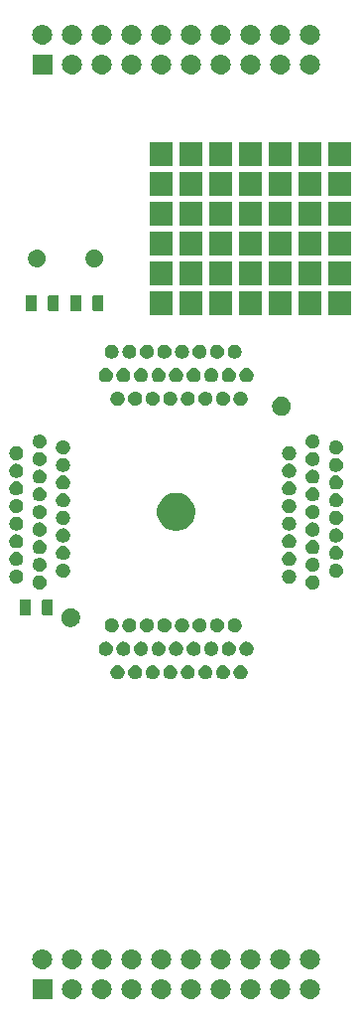
<source format=gbr>
G04 #@! TF.GenerationSoftware,KiCad,Pcbnew,5.0.2-bee76a0~70~ubuntu18.04.1*
G04 #@! TF.CreationDate,2019-07-29T15:00:22+02:00*
G04 #@! TF.ProjectId,stm32f427,73746d33-3266-4343-9237-2e6b69636164,rev?*
G04 #@! TF.SameCoordinates,Original*
G04 #@! TF.FileFunction,Soldermask,Bot*
G04 #@! TF.FilePolarity,Negative*
%FSLAX46Y46*%
G04 Gerber Fmt 4.6, Leading zero omitted, Abs format (unit mm)*
G04 Created by KiCad (PCBNEW 5.0.2-bee76a0~70~ubuntu18.04.1) date lun. 29 juil. 2019 15:00:22 CEST*
%MOMM*%
%LPD*%
G01*
G04 APERTURE LIST*
%ADD10C,0.100000*%
G04 APERTURE END LIST*
D10*
G36*
X73826630Y-154102299D02*
X73986855Y-154150903D01*
X74134520Y-154229831D01*
X74263949Y-154336051D01*
X74370169Y-154465480D01*
X74449097Y-154613145D01*
X74497701Y-154773370D01*
X74514112Y-154940000D01*
X74497701Y-155106630D01*
X74449097Y-155266855D01*
X74370169Y-155414520D01*
X74263949Y-155543949D01*
X74134520Y-155650169D01*
X73986855Y-155729097D01*
X73826630Y-155777701D01*
X73701752Y-155790000D01*
X73618248Y-155790000D01*
X73493370Y-155777701D01*
X73333145Y-155729097D01*
X73185480Y-155650169D01*
X73056051Y-155543949D01*
X72949831Y-155414520D01*
X72870903Y-155266855D01*
X72822299Y-155106630D01*
X72805888Y-154940000D01*
X72822299Y-154773370D01*
X72870903Y-154613145D01*
X72949831Y-154465480D01*
X73056051Y-154336051D01*
X73185480Y-154229831D01*
X73333145Y-154150903D01*
X73493370Y-154102299D01*
X73618248Y-154090000D01*
X73701752Y-154090000D01*
X73826630Y-154102299D01*
X73826630Y-154102299D01*
G37*
G36*
X71286630Y-154102299D02*
X71446855Y-154150903D01*
X71594520Y-154229831D01*
X71723949Y-154336051D01*
X71830169Y-154465480D01*
X71909097Y-154613145D01*
X71957701Y-154773370D01*
X71974112Y-154940000D01*
X71957701Y-155106630D01*
X71909097Y-155266855D01*
X71830169Y-155414520D01*
X71723949Y-155543949D01*
X71594520Y-155650169D01*
X71446855Y-155729097D01*
X71286630Y-155777701D01*
X71161752Y-155790000D01*
X71078248Y-155790000D01*
X70953370Y-155777701D01*
X70793145Y-155729097D01*
X70645480Y-155650169D01*
X70516051Y-155543949D01*
X70409831Y-155414520D01*
X70330903Y-155266855D01*
X70282299Y-155106630D01*
X70265888Y-154940000D01*
X70282299Y-154773370D01*
X70330903Y-154613145D01*
X70409831Y-154465480D01*
X70516051Y-154336051D01*
X70645480Y-154229831D01*
X70793145Y-154150903D01*
X70953370Y-154102299D01*
X71078248Y-154090000D01*
X71161752Y-154090000D01*
X71286630Y-154102299D01*
X71286630Y-154102299D01*
G37*
G36*
X51650000Y-155790000D02*
X49950000Y-155790000D01*
X49950000Y-154090000D01*
X51650000Y-154090000D01*
X51650000Y-155790000D01*
X51650000Y-155790000D01*
G37*
G36*
X53506630Y-154102299D02*
X53666855Y-154150903D01*
X53814520Y-154229831D01*
X53943949Y-154336051D01*
X54050169Y-154465480D01*
X54129097Y-154613145D01*
X54177701Y-154773370D01*
X54194112Y-154940000D01*
X54177701Y-155106630D01*
X54129097Y-155266855D01*
X54050169Y-155414520D01*
X53943949Y-155543949D01*
X53814520Y-155650169D01*
X53666855Y-155729097D01*
X53506630Y-155777701D01*
X53381752Y-155790000D01*
X53298248Y-155790000D01*
X53173370Y-155777701D01*
X53013145Y-155729097D01*
X52865480Y-155650169D01*
X52736051Y-155543949D01*
X52629831Y-155414520D01*
X52550903Y-155266855D01*
X52502299Y-155106630D01*
X52485888Y-154940000D01*
X52502299Y-154773370D01*
X52550903Y-154613145D01*
X52629831Y-154465480D01*
X52736051Y-154336051D01*
X52865480Y-154229831D01*
X53013145Y-154150903D01*
X53173370Y-154102299D01*
X53298248Y-154090000D01*
X53381752Y-154090000D01*
X53506630Y-154102299D01*
X53506630Y-154102299D01*
G37*
G36*
X56046630Y-154102299D02*
X56206855Y-154150903D01*
X56354520Y-154229831D01*
X56483949Y-154336051D01*
X56590169Y-154465480D01*
X56669097Y-154613145D01*
X56717701Y-154773370D01*
X56734112Y-154940000D01*
X56717701Y-155106630D01*
X56669097Y-155266855D01*
X56590169Y-155414520D01*
X56483949Y-155543949D01*
X56354520Y-155650169D01*
X56206855Y-155729097D01*
X56046630Y-155777701D01*
X55921752Y-155790000D01*
X55838248Y-155790000D01*
X55713370Y-155777701D01*
X55553145Y-155729097D01*
X55405480Y-155650169D01*
X55276051Y-155543949D01*
X55169831Y-155414520D01*
X55090903Y-155266855D01*
X55042299Y-155106630D01*
X55025888Y-154940000D01*
X55042299Y-154773370D01*
X55090903Y-154613145D01*
X55169831Y-154465480D01*
X55276051Y-154336051D01*
X55405480Y-154229831D01*
X55553145Y-154150903D01*
X55713370Y-154102299D01*
X55838248Y-154090000D01*
X55921752Y-154090000D01*
X56046630Y-154102299D01*
X56046630Y-154102299D01*
G37*
G36*
X58586630Y-154102299D02*
X58746855Y-154150903D01*
X58894520Y-154229831D01*
X59023949Y-154336051D01*
X59130169Y-154465480D01*
X59209097Y-154613145D01*
X59257701Y-154773370D01*
X59274112Y-154940000D01*
X59257701Y-155106630D01*
X59209097Y-155266855D01*
X59130169Y-155414520D01*
X59023949Y-155543949D01*
X58894520Y-155650169D01*
X58746855Y-155729097D01*
X58586630Y-155777701D01*
X58461752Y-155790000D01*
X58378248Y-155790000D01*
X58253370Y-155777701D01*
X58093145Y-155729097D01*
X57945480Y-155650169D01*
X57816051Y-155543949D01*
X57709831Y-155414520D01*
X57630903Y-155266855D01*
X57582299Y-155106630D01*
X57565888Y-154940000D01*
X57582299Y-154773370D01*
X57630903Y-154613145D01*
X57709831Y-154465480D01*
X57816051Y-154336051D01*
X57945480Y-154229831D01*
X58093145Y-154150903D01*
X58253370Y-154102299D01*
X58378248Y-154090000D01*
X58461752Y-154090000D01*
X58586630Y-154102299D01*
X58586630Y-154102299D01*
G37*
G36*
X63666630Y-154102299D02*
X63826855Y-154150903D01*
X63974520Y-154229831D01*
X64103949Y-154336051D01*
X64210169Y-154465480D01*
X64289097Y-154613145D01*
X64337701Y-154773370D01*
X64354112Y-154940000D01*
X64337701Y-155106630D01*
X64289097Y-155266855D01*
X64210169Y-155414520D01*
X64103949Y-155543949D01*
X63974520Y-155650169D01*
X63826855Y-155729097D01*
X63666630Y-155777701D01*
X63541752Y-155790000D01*
X63458248Y-155790000D01*
X63333370Y-155777701D01*
X63173145Y-155729097D01*
X63025480Y-155650169D01*
X62896051Y-155543949D01*
X62789831Y-155414520D01*
X62710903Y-155266855D01*
X62662299Y-155106630D01*
X62645888Y-154940000D01*
X62662299Y-154773370D01*
X62710903Y-154613145D01*
X62789831Y-154465480D01*
X62896051Y-154336051D01*
X63025480Y-154229831D01*
X63173145Y-154150903D01*
X63333370Y-154102299D01*
X63458248Y-154090000D01*
X63541752Y-154090000D01*
X63666630Y-154102299D01*
X63666630Y-154102299D01*
G37*
G36*
X61126630Y-154102299D02*
X61286855Y-154150903D01*
X61434520Y-154229831D01*
X61563949Y-154336051D01*
X61670169Y-154465480D01*
X61749097Y-154613145D01*
X61797701Y-154773370D01*
X61814112Y-154940000D01*
X61797701Y-155106630D01*
X61749097Y-155266855D01*
X61670169Y-155414520D01*
X61563949Y-155543949D01*
X61434520Y-155650169D01*
X61286855Y-155729097D01*
X61126630Y-155777701D01*
X61001752Y-155790000D01*
X60918248Y-155790000D01*
X60793370Y-155777701D01*
X60633145Y-155729097D01*
X60485480Y-155650169D01*
X60356051Y-155543949D01*
X60249831Y-155414520D01*
X60170903Y-155266855D01*
X60122299Y-155106630D01*
X60105888Y-154940000D01*
X60122299Y-154773370D01*
X60170903Y-154613145D01*
X60249831Y-154465480D01*
X60356051Y-154336051D01*
X60485480Y-154229831D01*
X60633145Y-154150903D01*
X60793370Y-154102299D01*
X60918248Y-154090000D01*
X61001752Y-154090000D01*
X61126630Y-154102299D01*
X61126630Y-154102299D01*
G37*
G36*
X68746630Y-154102299D02*
X68906855Y-154150903D01*
X69054520Y-154229831D01*
X69183949Y-154336051D01*
X69290169Y-154465480D01*
X69369097Y-154613145D01*
X69417701Y-154773370D01*
X69434112Y-154940000D01*
X69417701Y-155106630D01*
X69369097Y-155266855D01*
X69290169Y-155414520D01*
X69183949Y-155543949D01*
X69054520Y-155650169D01*
X68906855Y-155729097D01*
X68746630Y-155777701D01*
X68621752Y-155790000D01*
X68538248Y-155790000D01*
X68413370Y-155777701D01*
X68253145Y-155729097D01*
X68105480Y-155650169D01*
X67976051Y-155543949D01*
X67869831Y-155414520D01*
X67790903Y-155266855D01*
X67742299Y-155106630D01*
X67725888Y-154940000D01*
X67742299Y-154773370D01*
X67790903Y-154613145D01*
X67869831Y-154465480D01*
X67976051Y-154336051D01*
X68105480Y-154229831D01*
X68253145Y-154150903D01*
X68413370Y-154102299D01*
X68538248Y-154090000D01*
X68621752Y-154090000D01*
X68746630Y-154102299D01*
X68746630Y-154102299D01*
G37*
G36*
X66206630Y-154102299D02*
X66366855Y-154150903D01*
X66514520Y-154229831D01*
X66643949Y-154336051D01*
X66750169Y-154465480D01*
X66829097Y-154613145D01*
X66877701Y-154773370D01*
X66894112Y-154940000D01*
X66877701Y-155106630D01*
X66829097Y-155266855D01*
X66750169Y-155414520D01*
X66643949Y-155543949D01*
X66514520Y-155650169D01*
X66366855Y-155729097D01*
X66206630Y-155777701D01*
X66081752Y-155790000D01*
X65998248Y-155790000D01*
X65873370Y-155777701D01*
X65713145Y-155729097D01*
X65565480Y-155650169D01*
X65436051Y-155543949D01*
X65329831Y-155414520D01*
X65250903Y-155266855D01*
X65202299Y-155106630D01*
X65185888Y-154940000D01*
X65202299Y-154773370D01*
X65250903Y-154613145D01*
X65329831Y-154465480D01*
X65436051Y-154336051D01*
X65565480Y-154229831D01*
X65713145Y-154150903D01*
X65873370Y-154102299D01*
X65998248Y-154090000D01*
X66081752Y-154090000D01*
X66206630Y-154102299D01*
X66206630Y-154102299D01*
G37*
G36*
X56046630Y-151562299D02*
X56206855Y-151610903D01*
X56354520Y-151689831D01*
X56483949Y-151796051D01*
X56590169Y-151925480D01*
X56669097Y-152073145D01*
X56717701Y-152233370D01*
X56734112Y-152400000D01*
X56717701Y-152566630D01*
X56669097Y-152726855D01*
X56590169Y-152874520D01*
X56483949Y-153003949D01*
X56354520Y-153110169D01*
X56206855Y-153189097D01*
X56046630Y-153237701D01*
X55921752Y-153250000D01*
X55838248Y-153250000D01*
X55713370Y-153237701D01*
X55553145Y-153189097D01*
X55405480Y-153110169D01*
X55276051Y-153003949D01*
X55169831Y-152874520D01*
X55090903Y-152726855D01*
X55042299Y-152566630D01*
X55025888Y-152400000D01*
X55042299Y-152233370D01*
X55090903Y-152073145D01*
X55169831Y-151925480D01*
X55276051Y-151796051D01*
X55405480Y-151689831D01*
X55553145Y-151610903D01*
X55713370Y-151562299D01*
X55838248Y-151550000D01*
X55921752Y-151550000D01*
X56046630Y-151562299D01*
X56046630Y-151562299D01*
G37*
G36*
X66206630Y-151562299D02*
X66366855Y-151610903D01*
X66514520Y-151689831D01*
X66643949Y-151796051D01*
X66750169Y-151925480D01*
X66829097Y-152073145D01*
X66877701Y-152233370D01*
X66894112Y-152400000D01*
X66877701Y-152566630D01*
X66829097Y-152726855D01*
X66750169Y-152874520D01*
X66643949Y-153003949D01*
X66514520Y-153110169D01*
X66366855Y-153189097D01*
X66206630Y-153237701D01*
X66081752Y-153250000D01*
X65998248Y-153250000D01*
X65873370Y-153237701D01*
X65713145Y-153189097D01*
X65565480Y-153110169D01*
X65436051Y-153003949D01*
X65329831Y-152874520D01*
X65250903Y-152726855D01*
X65202299Y-152566630D01*
X65185888Y-152400000D01*
X65202299Y-152233370D01*
X65250903Y-152073145D01*
X65329831Y-151925480D01*
X65436051Y-151796051D01*
X65565480Y-151689831D01*
X65713145Y-151610903D01*
X65873370Y-151562299D01*
X65998248Y-151550000D01*
X66081752Y-151550000D01*
X66206630Y-151562299D01*
X66206630Y-151562299D01*
G37*
G36*
X58586630Y-151562299D02*
X58746855Y-151610903D01*
X58894520Y-151689831D01*
X59023949Y-151796051D01*
X59130169Y-151925480D01*
X59209097Y-152073145D01*
X59257701Y-152233370D01*
X59274112Y-152400000D01*
X59257701Y-152566630D01*
X59209097Y-152726855D01*
X59130169Y-152874520D01*
X59023949Y-153003949D01*
X58894520Y-153110169D01*
X58746855Y-153189097D01*
X58586630Y-153237701D01*
X58461752Y-153250000D01*
X58378248Y-153250000D01*
X58253370Y-153237701D01*
X58093145Y-153189097D01*
X57945480Y-153110169D01*
X57816051Y-153003949D01*
X57709831Y-152874520D01*
X57630903Y-152726855D01*
X57582299Y-152566630D01*
X57565888Y-152400000D01*
X57582299Y-152233370D01*
X57630903Y-152073145D01*
X57709831Y-151925480D01*
X57816051Y-151796051D01*
X57945480Y-151689831D01*
X58093145Y-151610903D01*
X58253370Y-151562299D01*
X58378248Y-151550000D01*
X58461752Y-151550000D01*
X58586630Y-151562299D01*
X58586630Y-151562299D01*
G37*
G36*
X53506630Y-151562299D02*
X53666855Y-151610903D01*
X53814520Y-151689831D01*
X53943949Y-151796051D01*
X54050169Y-151925480D01*
X54129097Y-152073145D01*
X54177701Y-152233370D01*
X54194112Y-152400000D01*
X54177701Y-152566630D01*
X54129097Y-152726855D01*
X54050169Y-152874520D01*
X53943949Y-153003949D01*
X53814520Y-153110169D01*
X53666855Y-153189097D01*
X53506630Y-153237701D01*
X53381752Y-153250000D01*
X53298248Y-153250000D01*
X53173370Y-153237701D01*
X53013145Y-153189097D01*
X52865480Y-153110169D01*
X52736051Y-153003949D01*
X52629831Y-152874520D01*
X52550903Y-152726855D01*
X52502299Y-152566630D01*
X52485888Y-152400000D01*
X52502299Y-152233370D01*
X52550903Y-152073145D01*
X52629831Y-151925480D01*
X52736051Y-151796051D01*
X52865480Y-151689831D01*
X53013145Y-151610903D01*
X53173370Y-151562299D01*
X53298248Y-151550000D01*
X53381752Y-151550000D01*
X53506630Y-151562299D01*
X53506630Y-151562299D01*
G37*
G36*
X73826630Y-151562299D02*
X73986855Y-151610903D01*
X74134520Y-151689831D01*
X74263949Y-151796051D01*
X74370169Y-151925480D01*
X74449097Y-152073145D01*
X74497701Y-152233370D01*
X74514112Y-152400000D01*
X74497701Y-152566630D01*
X74449097Y-152726855D01*
X74370169Y-152874520D01*
X74263949Y-153003949D01*
X74134520Y-153110169D01*
X73986855Y-153189097D01*
X73826630Y-153237701D01*
X73701752Y-153250000D01*
X73618248Y-153250000D01*
X73493370Y-153237701D01*
X73333145Y-153189097D01*
X73185480Y-153110169D01*
X73056051Y-153003949D01*
X72949831Y-152874520D01*
X72870903Y-152726855D01*
X72822299Y-152566630D01*
X72805888Y-152400000D01*
X72822299Y-152233370D01*
X72870903Y-152073145D01*
X72949831Y-151925480D01*
X73056051Y-151796051D01*
X73185480Y-151689831D01*
X73333145Y-151610903D01*
X73493370Y-151562299D01*
X73618248Y-151550000D01*
X73701752Y-151550000D01*
X73826630Y-151562299D01*
X73826630Y-151562299D01*
G37*
G36*
X50966630Y-151562299D02*
X51126855Y-151610903D01*
X51274520Y-151689831D01*
X51403949Y-151796051D01*
X51510169Y-151925480D01*
X51589097Y-152073145D01*
X51637701Y-152233370D01*
X51654112Y-152400000D01*
X51637701Y-152566630D01*
X51589097Y-152726855D01*
X51510169Y-152874520D01*
X51403949Y-153003949D01*
X51274520Y-153110169D01*
X51126855Y-153189097D01*
X50966630Y-153237701D01*
X50841752Y-153250000D01*
X50758248Y-153250000D01*
X50633370Y-153237701D01*
X50473145Y-153189097D01*
X50325480Y-153110169D01*
X50196051Y-153003949D01*
X50089831Y-152874520D01*
X50010903Y-152726855D01*
X49962299Y-152566630D01*
X49945888Y-152400000D01*
X49962299Y-152233370D01*
X50010903Y-152073145D01*
X50089831Y-151925480D01*
X50196051Y-151796051D01*
X50325480Y-151689831D01*
X50473145Y-151610903D01*
X50633370Y-151562299D01*
X50758248Y-151550000D01*
X50841752Y-151550000D01*
X50966630Y-151562299D01*
X50966630Y-151562299D01*
G37*
G36*
X61126630Y-151562299D02*
X61286855Y-151610903D01*
X61434520Y-151689831D01*
X61563949Y-151796051D01*
X61670169Y-151925480D01*
X61749097Y-152073145D01*
X61797701Y-152233370D01*
X61814112Y-152400000D01*
X61797701Y-152566630D01*
X61749097Y-152726855D01*
X61670169Y-152874520D01*
X61563949Y-153003949D01*
X61434520Y-153110169D01*
X61286855Y-153189097D01*
X61126630Y-153237701D01*
X61001752Y-153250000D01*
X60918248Y-153250000D01*
X60793370Y-153237701D01*
X60633145Y-153189097D01*
X60485480Y-153110169D01*
X60356051Y-153003949D01*
X60249831Y-152874520D01*
X60170903Y-152726855D01*
X60122299Y-152566630D01*
X60105888Y-152400000D01*
X60122299Y-152233370D01*
X60170903Y-152073145D01*
X60249831Y-151925480D01*
X60356051Y-151796051D01*
X60485480Y-151689831D01*
X60633145Y-151610903D01*
X60793370Y-151562299D01*
X60918248Y-151550000D01*
X61001752Y-151550000D01*
X61126630Y-151562299D01*
X61126630Y-151562299D01*
G37*
G36*
X71286630Y-151562299D02*
X71446855Y-151610903D01*
X71594520Y-151689831D01*
X71723949Y-151796051D01*
X71830169Y-151925480D01*
X71909097Y-152073145D01*
X71957701Y-152233370D01*
X71974112Y-152400000D01*
X71957701Y-152566630D01*
X71909097Y-152726855D01*
X71830169Y-152874520D01*
X71723949Y-153003949D01*
X71594520Y-153110169D01*
X71446855Y-153189097D01*
X71286630Y-153237701D01*
X71161752Y-153250000D01*
X71078248Y-153250000D01*
X70953370Y-153237701D01*
X70793145Y-153189097D01*
X70645480Y-153110169D01*
X70516051Y-153003949D01*
X70409831Y-152874520D01*
X70330903Y-152726855D01*
X70282299Y-152566630D01*
X70265888Y-152400000D01*
X70282299Y-152233370D01*
X70330903Y-152073145D01*
X70409831Y-151925480D01*
X70516051Y-151796051D01*
X70645480Y-151689831D01*
X70793145Y-151610903D01*
X70953370Y-151562299D01*
X71078248Y-151550000D01*
X71161752Y-151550000D01*
X71286630Y-151562299D01*
X71286630Y-151562299D01*
G37*
G36*
X68746630Y-151562299D02*
X68906855Y-151610903D01*
X69054520Y-151689831D01*
X69183949Y-151796051D01*
X69290169Y-151925480D01*
X69369097Y-152073145D01*
X69417701Y-152233370D01*
X69434112Y-152400000D01*
X69417701Y-152566630D01*
X69369097Y-152726855D01*
X69290169Y-152874520D01*
X69183949Y-153003949D01*
X69054520Y-153110169D01*
X68906855Y-153189097D01*
X68746630Y-153237701D01*
X68621752Y-153250000D01*
X68538248Y-153250000D01*
X68413370Y-153237701D01*
X68253145Y-153189097D01*
X68105480Y-153110169D01*
X67976051Y-153003949D01*
X67869831Y-152874520D01*
X67790903Y-152726855D01*
X67742299Y-152566630D01*
X67725888Y-152400000D01*
X67742299Y-152233370D01*
X67790903Y-152073145D01*
X67869831Y-151925480D01*
X67976051Y-151796051D01*
X68105480Y-151689831D01*
X68253145Y-151610903D01*
X68413370Y-151562299D01*
X68538248Y-151550000D01*
X68621752Y-151550000D01*
X68746630Y-151562299D01*
X68746630Y-151562299D01*
G37*
G36*
X63666630Y-151562299D02*
X63826855Y-151610903D01*
X63974520Y-151689831D01*
X64103949Y-151796051D01*
X64210169Y-151925480D01*
X64289097Y-152073145D01*
X64337701Y-152233370D01*
X64354112Y-152400000D01*
X64337701Y-152566630D01*
X64289097Y-152726855D01*
X64210169Y-152874520D01*
X64103949Y-153003949D01*
X63974520Y-153110169D01*
X63826855Y-153189097D01*
X63666630Y-153237701D01*
X63541752Y-153250000D01*
X63458248Y-153250000D01*
X63333370Y-153237701D01*
X63173145Y-153189097D01*
X63025480Y-153110169D01*
X62896051Y-153003949D01*
X62789831Y-152874520D01*
X62710903Y-152726855D01*
X62662299Y-152566630D01*
X62645888Y-152400000D01*
X62662299Y-152233370D01*
X62710903Y-152073145D01*
X62789831Y-151925480D01*
X62896051Y-151796051D01*
X63025480Y-151689831D01*
X63173145Y-151610903D01*
X63333370Y-151562299D01*
X63458248Y-151550000D01*
X63541752Y-151550000D01*
X63666630Y-151562299D01*
X63666630Y-151562299D01*
G37*
G36*
X60405012Y-127373057D02*
X60514207Y-127418287D01*
X60612481Y-127483952D01*
X60696048Y-127567519D01*
X60761713Y-127665793D01*
X60806943Y-127774988D01*
X60830000Y-127890904D01*
X60830000Y-128009096D01*
X60806943Y-128125012D01*
X60761713Y-128234207D01*
X60696048Y-128332481D01*
X60612481Y-128416048D01*
X60514207Y-128481713D01*
X60405012Y-128526943D01*
X60289096Y-128550000D01*
X60170904Y-128550000D01*
X60054988Y-128526943D01*
X59945793Y-128481713D01*
X59847519Y-128416048D01*
X59763952Y-128332481D01*
X59698287Y-128234207D01*
X59653057Y-128125012D01*
X59630000Y-128009096D01*
X59630000Y-127890904D01*
X59653057Y-127774988D01*
X59698287Y-127665793D01*
X59763952Y-127567519D01*
X59847519Y-127483952D01*
X59945793Y-127418287D01*
X60054988Y-127373057D01*
X60170904Y-127350000D01*
X60289096Y-127350000D01*
X60405012Y-127373057D01*
X60405012Y-127373057D01*
G37*
G36*
X67905012Y-127373057D02*
X68014207Y-127418287D01*
X68112481Y-127483952D01*
X68196048Y-127567519D01*
X68261713Y-127665793D01*
X68306943Y-127774988D01*
X68330000Y-127890904D01*
X68330000Y-128009096D01*
X68306943Y-128125012D01*
X68261713Y-128234207D01*
X68196048Y-128332481D01*
X68112481Y-128416048D01*
X68014207Y-128481713D01*
X67905012Y-128526943D01*
X67789096Y-128550000D01*
X67670904Y-128550000D01*
X67554988Y-128526943D01*
X67445793Y-128481713D01*
X67347519Y-128416048D01*
X67263952Y-128332481D01*
X67198287Y-128234207D01*
X67153057Y-128125012D01*
X67130000Y-128009096D01*
X67130000Y-127890904D01*
X67153057Y-127774988D01*
X67198287Y-127665793D01*
X67263952Y-127567519D01*
X67347519Y-127483952D01*
X67445793Y-127418287D01*
X67554988Y-127373057D01*
X67670904Y-127350000D01*
X67789096Y-127350000D01*
X67905012Y-127373057D01*
X67905012Y-127373057D01*
G37*
G36*
X66405012Y-127373057D02*
X66514207Y-127418287D01*
X66612481Y-127483952D01*
X66696048Y-127567519D01*
X66761713Y-127665793D01*
X66806943Y-127774988D01*
X66830000Y-127890904D01*
X66830000Y-128009096D01*
X66806943Y-128125012D01*
X66761713Y-128234207D01*
X66696048Y-128332481D01*
X66612481Y-128416048D01*
X66514207Y-128481713D01*
X66405012Y-128526943D01*
X66289096Y-128550000D01*
X66170904Y-128550000D01*
X66054988Y-128526943D01*
X65945793Y-128481713D01*
X65847519Y-128416048D01*
X65763952Y-128332481D01*
X65698287Y-128234207D01*
X65653057Y-128125012D01*
X65630000Y-128009096D01*
X65630000Y-127890904D01*
X65653057Y-127774988D01*
X65698287Y-127665793D01*
X65763952Y-127567519D01*
X65847519Y-127483952D01*
X65945793Y-127418287D01*
X66054988Y-127373057D01*
X66170904Y-127350000D01*
X66289096Y-127350000D01*
X66405012Y-127373057D01*
X66405012Y-127373057D01*
G37*
G36*
X64905012Y-127373057D02*
X65014207Y-127418287D01*
X65112481Y-127483952D01*
X65196048Y-127567519D01*
X65261713Y-127665793D01*
X65306943Y-127774988D01*
X65330000Y-127890904D01*
X65330000Y-128009096D01*
X65306943Y-128125012D01*
X65261713Y-128234207D01*
X65196048Y-128332481D01*
X65112481Y-128416048D01*
X65014207Y-128481713D01*
X64905012Y-128526943D01*
X64789096Y-128550000D01*
X64670904Y-128550000D01*
X64554988Y-128526943D01*
X64445793Y-128481713D01*
X64347519Y-128416048D01*
X64263952Y-128332481D01*
X64198287Y-128234207D01*
X64153057Y-128125012D01*
X64130000Y-128009096D01*
X64130000Y-127890904D01*
X64153057Y-127774988D01*
X64198287Y-127665793D01*
X64263952Y-127567519D01*
X64347519Y-127483952D01*
X64445793Y-127418287D01*
X64554988Y-127373057D01*
X64670904Y-127350000D01*
X64789096Y-127350000D01*
X64905012Y-127373057D01*
X64905012Y-127373057D01*
G37*
G36*
X63405012Y-127373057D02*
X63514207Y-127418287D01*
X63612481Y-127483952D01*
X63696048Y-127567519D01*
X63761713Y-127665793D01*
X63806943Y-127774988D01*
X63830000Y-127890904D01*
X63830000Y-128009096D01*
X63806943Y-128125012D01*
X63761713Y-128234207D01*
X63696048Y-128332481D01*
X63612481Y-128416048D01*
X63514207Y-128481713D01*
X63405012Y-128526943D01*
X63289096Y-128550000D01*
X63170904Y-128550000D01*
X63054988Y-128526943D01*
X62945793Y-128481713D01*
X62847519Y-128416048D01*
X62763952Y-128332481D01*
X62698287Y-128234207D01*
X62653057Y-128125012D01*
X62630000Y-128009096D01*
X62630000Y-127890904D01*
X62653057Y-127774988D01*
X62698287Y-127665793D01*
X62763952Y-127567519D01*
X62847519Y-127483952D01*
X62945793Y-127418287D01*
X63054988Y-127373057D01*
X63170904Y-127350000D01*
X63289096Y-127350000D01*
X63405012Y-127373057D01*
X63405012Y-127373057D01*
G37*
G36*
X57405012Y-127373057D02*
X57514207Y-127418287D01*
X57612481Y-127483952D01*
X57696048Y-127567519D01*
X57761713Y-127665793D01*
X57806943Y-127774988D01*
X57830000Y-127890904D01*
X57830000Y-128009096D01*
X57806943Y-128125012D01*
X57761713Y-128234207D01*
X57696048Y-128332481D01*
X57612481Y-128416048D01*
X57514207Y-128481713D01*
X57405012Y-128526943D01*
X57289096Y-128550000D01*
X57170904Y-128550000D01*
X57054988Y-128526943D01*
X56945793Y-128481713D01*
X56847519Y-128416048D01*
X56763952Y-128332481D01*
X56698287Y-128234207D01*
X56653057Y-128125012D01*
X56630000Y-128009096D01*
X56630000Y-127890904D01*
X56653057Y-127774988D01*
X56698287Y-127665793D01*
X56763952Y-127567519D01*
X56847519Y-127483952D01*
X56945793Y-127418287D01*
X57054988Y-127373057D01*
X57170904Y-127350000D01*
X57289096Y-127350000D01*
X57405012Y-127373057D01*
X57405012Y-127373057D01*
G37*
G36*
X58905012Y-127373057D02*
X59014207Y-127418287D01*
X59112481Y-127483952D01*
X59196048Y-127567519D01*
X59261713Y-127665793D01*
X59306943Y-127774988D01*
X59330000Y-127890904D01*
X59330000Y-128009096D01*
X59306943Y-128125012D01*
X59261713Y-128234207D01*
X59196048Y-128332481D01*
X59112481Y-128416048D01*
X59014207Y-128481713D01*
X58905012Y-128526943D01*
X58789096Y-128550000D01*
X58670904Y-128550000D01*
X58554988Y-128526943D01*
X58445793Y-128481713D01*
X58347519Y-128416048D01*
X58263952Y-128332481D01*
X58198287Y-128234207D01*
X58153057Y-128125012D01*
X58130000Y-128009096D01*
X58130000Y-127890904D01*
X58153057Y-127774988D01*
X58198287Y-127665793D01*
X58263952Y-127567519D01*
X58347519Y-127483952D01*
X58445793Y-127418287D01*
X58554988Y-127373057D01*
X58670904Y-127350000D01*
X58789096Y-127350000D01*
X58905012Y-127373057D01*
X58905012Y-127373057D01*
G37*
G36*
X61905012Y-127373057D02*
X62014207Y-127418287D01*
X62112481Y-127483952D01*
X62196048Y-127567519D01*
X62261713Y-127665793D01*
X62306943Y-127774988D01*
X62330000Y-127890904D01*
X62330000Y-128009096D01*
X62306943Y-128125012D01*
X62261713Y-128234207D01*
X62196048Y-128332481D01*
X62112481Y-128416048D01*
X62014207Y-128481713D01*
X61905012Y-128526943D01*
X61789096Y-128550000D01*
X61670904Y-128550000D01*
X61554988Y-128526943D01*
X61445793Y-128481713D01*
X61347519Y-128416048D01*
X61263952Y-128332481D01*
X61198287Y-128234207D01*
X61153057Y-128125012D01*
X61130000Y-128009096D01*
X61130000Y-127890904D01*
X61153057Y-127774988D01*
X61198287Y-127665793D01*
X61263952Y-127567519D01*
X61347519Y-127483952D01*
X61445793Y-127418287D01*
X61554988Y-127373057D01*
X61670904Y-127350000D01*
X61789096Y-127350000D01*
X61905012Y-127373057D01*
X61905012Y-127373057D01*
G37*
G36*
X59405012Y-125373057D02*
X59514207Y-125418287D01*
X59612481Y-125483952D01*
X59696048Y-125567519D01*
X59761713Y-125665793D01*
X59806943Y-125774988D01*
X59830000Y-125890904D01*
X59830000Y-126009096D01*
X59806943Y-126125012D01*
X59761713Y-126234207D01*
X59696048Y-126332481D01*
X59612481Y-126416048D01*
X59514207Y-126481713D01*
X59405012Y-126526943D01*
X59289096Y-126550000D01*
X59170904Y-126550000D01*
X59054988Y-126526943D01*
X58945793Y-126481713D01*
X58847519Y-126416048D01*
X58763952Y-126332481D01*
X58698287Y-126234207D01*
X58653057Y-126125012D01*
X58630000Y-126009096D01*
X58630000Y-125890904D01*
X58653057Y-125774988D01*
X58698287Y-125665793D01*
X58763952Y-125567519D01*
X58847519Y-125483952D01*
X58945793Y-125418287D01*
X59054988Y-125373057D01*
X59170904Y-125350000D01*
X59289096Y-125350000D01*
X59405012Y-125373057D01*
X59405012Y-125373057D01*
G37*
G36*
X56405012Y-125373057D02*
X56514207Y-125418287D01*
X56612481Y-125483952D01*
X56696048Y-125567519D01*
X56761713Y-125665793D01*
X56806943Y-125774988D01*
X56830000Y-125890904D01*
X56830000Y-126009096D01*
X56806943Y-126125012D01*
X56761713Y-126234207D01*
X56696048Y-126332481D01*
X56612481Y-126416048D01*
X56514207Y-126481713D01*
X56405012Y-126526943D01*
X56289096Y-126550000D01*
X56170904Y-126550000D01*
X56054988Y-126526943D01*
X55945793Y-126481713D01*
X55847519Y-126416048D01*
X55763952Y-126332481D01*
X55698287Y-126234207D01*
X55653057Y-126125012D01*
X55630000Y-126009096D01*
X55630000Y-125890904D01*
X55653057Y-125774988D01*
X55698287Y-125665793D01*
X55763952Y-125567519D01*
X55847519Y-125483952D01*
X55945793Y-125418287D01*
X56054988Y-125373057D01*
X56170904Y-125350000D01*
X56289096Y-125350000D01*
X56405012Y-125373057D01*
X56405012Y-125373057D01*
G37*
G36*
X62405012Y-125373057D02*
X62514207Y-125418287D01*
X62612481Y-125483952D01*
X62696048Y-125567519D01*
X62761713Y-125665793D01*
X62806943Y-125774988D01*
X62830000Y-125890904D01*
X62830000Y-126009096D01*
X62806943Y-126125012D01*
X62761713Y-126234207D01*
X62696048Y-126332481D01*
X62612481Y-126416048D01*
X62514207Y-126481713D01*
X62405012Y-126526943D01*
X62289096Y-126550000D01*
X62170904Y-126550000D01*
X62054988Y-126526943D01*
X61945793Y-126481713D01*
X61847519Y-126416048D01*
X61763952Y-126332481D01*
X61698287Y-126234207D01*
X61653057Y-126125012D01*
X61630000Y-126009096D01*
X61630000Y-125890904D01*
X61653057Y-125774988D01*
X61698287Y-125665793D01*
X61763952Y-125567519D01*
X61847519Y-125483952D01*
X61945793Y-125418287D01*
X62054988Y-125373057D01*
X62170904Y-125350000D01*
X62289096Y-125350000D01*
X62405012Y-125373057D01*
X62405012Y-125373057D01*
G37*
G36*
X68405012Y-125373057D02*
X68514207Y-125418287D01*
X68612481Y-125483952D01*
X68696048Y-125567519D01*
X68761713Y-125665793D01*
X68806943Y-125774988D01*
X68830000Y-125890904D01*
X68830000Y-126009096D01*
X68806943Y-126125012D01*
X68761713Y-126234207D01*
X68696048Y-126332481D01*
X68612481Y-126416048D01*
X68514207Y-126481713D01*
X68405012Y-126526943D01*
X68289096Y-126550000D01*
X68170904Y-126550000D01*
X68054988Y-126526943D01*
X67945793Y-126481713D01*
X67847519Y-126416048D01*
X67763952Y-126332481D01*
X67698287Y-126234207D01*
X67653057Y-126125012D01*
X67630000Y-126009096D01*
X67630000Y-125890904D01*
X67653057Y-125774988D01*
X67698287Y-125665793D01*
X67763952Y-125567519D01*
X67847519Y-125483952D01*
X67945793Y-125418287D01*
X68054988Y-125373057D01*
X68170904Y-125350000D01*
X68289096Y-125350000D01*
X68405012Y-125373057D01*
X68405012Y-125373057D01*
G37*
G36*
X60905012Y-125373057D02*
X61014207Y-125418287D01*
X61112481Y-125483952D01*
X61196048Y-125567519D01*
X61261713Y-125665793D01*
X61306943Y-125774988D01*
X61330000Y-125890904D01*
X61330000Y-126009096D01*
X61306943Y-126125012D01*
X61261713Y-126234207D01*
X61196048Y-126332481D01*
X61112481Y-126416048D01*
X61014207Y-126481713D01*
X60905012Y-126526943D01*
X60789096Y-126550000D01*
X60670904Y-126550000D01*
X60554988Y-126526943D01*
X60445793Y-126481713D01*
X60347519Y-126416048D01*
X60263952Y-126332481D01*
X60198287Y-126234207D01*
X60153057Y-126125012D01*
X60130000Y-126009096D01*
X60130000Y-125890904D01*
X60153057Y-125774988D01*
X60198287Y-125665793D01*
X60263952Y-125567519D01*
X60347519Y-125483952D01*
X60445793Y-125418287D01*
X60554988Y-125373057D01*
X60670904Y-125350000D01*
X60789096Y-125350000D01*
X60905012Y-125373057D01*
X60905012Y-125373057D01*
G37*
G36*
X65405012Y-125373057D02*
X65514207Y-125418287D01*
X65612481Y-125483952D01*
X65696048Y-125567519D01*
X65761713Y-125665793D01*
X65806943Y-125774988D01*
X65830000Y-125890904D01*
X65830000Y-126009096D01*
X65806943Y-126125012D01*
X65761713Y-126234207D01*
X65696048Y-126332481D01*
X65612481Y-126416048D01*
X65514207Y-126481713D01*
X65405012Y-126526943D01*
X65289096Y-126550000D01*
X65170904Y-126550000D01*
X65054988Y-126526943D01*
X64945793Y-126481713D01*
X64847519Y-126416048D01*
X64763952Y-126332481D01*
X64698287Y-126234207D01*
X64653057Y-126125012D01*
X64630000Y-126009096D01*
X64630000Y-125890904D01*
X64653057Y-125774988D01*
X64698287Y-125665793D01*
X64763952Y-125567519D01*
X64847519Y-125483952D01*
X64945793Y-125418287D01*
X65054988Y-125373057D01*
X65170904Y-125350000D01*
X65289096Y-125350000D01*
X65405012Y-125373057D01*
X65405012Y-125373057D01*
G37*
G36*
X63905012Y-125373057D02*
X64014207Y-125418287D01*
X64112481Y-125483952D01*
X64196048Y-125567519D01*
X64261713Y-125665793D01*
X64306943Y-125774988D01*
X64330000Y-125890904D01*
X64330000Y-126009096D01*
X64306943Y-126125012D01*
X64261713Y-126234207D01*
X64196048Y-126332481D01*
X64112481Y-126416048D01*
X64014207Y-126481713D01*
X63905012Y-126526943D01*
X63789096Y-126550000D01*
X63670904Y-126550000D01*
X63554988Y-126526943D01*
X63445793Y-126481713D01*
X63347519Y-126416048D01*
X63263952Y-126332481D01*
X63198287Y-126234207D01*
X63153057Y-126125012D01*
X63130000Y-126009096D01*
X63130000Y-125890904D01*
X63153057Y-125774988D01*
X63198287Y-125665793D01*
X63263952Y-125567519D01*
X63347519Y-125483952D01*
X63445793Y-125418287D01*
X63554988Y-125373057D01*
X63670904Y-125350000D01*
X63789096Y-125350000D01*
X63905012Y-125373057D01*
X63905012Y-125373057D01*
G37*
G36*
X57905012Y-125373057D02*
X58014207Y-125418287D01*
X58112481Y-125483952D01*
X58196048Y-125567519D01*
X58261713Y-125665793D01*
X58306943Y-125774988D01*
X58330000Y-125890904D01*
X58330000Y-126009096D01*
X58306943Y-126125012D01*
X58261713Y-126234207D01*
X58196048Y-126332481D01*
X58112481Y-126416048D01*
X58014207Y-126481713D01*
X57905012Y-126526943D01*
X57789096Y-126550000D01*
X57670904Y-126550000D01*
X57554988Y-126526943D01*
X57445793Y-126481713D01*
X57347519Y-126416048D01*
X57263952Y-126332481D01*
X57198287Y-126234207D01*
X57153057Y-126125012D01*
X57130000Y-126009096D01*
X57130000Y-125890904D01*
X57153057Y-125774988D01*
X57198287Y-125665793D01*
X57263952Y-125567519D01*
X57347519Y-125483952D01*
X57445793Y-125418287D01*
X57554988Y-125373057D01*
X57670904Y-125350000D01*
X57789096Y-125350000D01*
X57905012Y-125373057D01*
X57905012Y-125373057D01*
G37*
G36*
X66905012Y-125373057D02*
X67014207Y-125418287D01*
X67112481Y-125483952D01*
X67196048Y-125567519D01*
X67261713Y-125665793D01*
X67306943Y-125774988D01*
X67330000Y-125890904D01*
X67330000Y-126009096D01*
X67306943Y-126125012D01*
X67261713Y-126234207D01*
X67196048Y-126332481D01*
X67112481Y-126416048D01*
X67014207Y-126481713D01*
X66905012Y-126526943D01*
X66789096Y-126550000D01*
X66670904Y-126550000D01*
X66554988Y-126526943D01*
X66445793Y-126481713D01*
X66347519Y-126416048D01*
X66263952Y-126332481D01*
X66198287Y-126234207D01*
X66153057Y-126125012D01*
X66130000Y-126009096D01*
X66130000Y-125890904D01*
X66153057Y-125774988D01*
X66198287Y-125665793D01*
X66263952Y-125567519D01*
X66347519Y-125483952D01*
X66445793Y-125418287D01*
X66554988Y-125373057D01*
X66670904Y-125350000D01*
X66789096Y-125350000D01*
X66905012Y-125373057D01*
X66905012Y-125373057D01*
G37*
G36*
X67405012Y-123373057D02*
X67514207Y-123418287D01*
X67612481Y-123483952D01*
X67696048Y-123567519D01*
X67761713Y-123665793D01*
X67806943Y-123774988D01*
X67830000Y-123890904D01*
X67830000Y-124009096D01*
X67806943Y-124125012D01*
X67761713Y-124234207D01*
X67696048Y-124332481D01*
X67612481Y-124416048D01*
X67514207Y-124481713D01*
X67405012Y-124526943D01*
X67289096Y-124550000D01*
X67170904Y-124550000D01*
X67054988Y-124526943D01*
X66945793Y-124481713D01*
X66847519Y-124416048D01*
X66763952Y-124332481D01*
X66698287Y-124234207D01*
X66653057Y-124125012D01*
X66630000Y-124009096D01*
X66630000Y-123890904D01*
X66653057Y-123774988D01*
X66698287Y-123665793D01*
X66763952Y-123567519D01*
X66847519Y-123483952D01*
X66945793Y-123418287D01*
X67054988Y-123373057D01*
X67170904Y-123350000D01*
X67289096Y-123350000D01*
X67405012Y-123373057D01*
X67405012Y-123373057D01*
G37*
G36*
X56905012Y-123373057D02*
X57014207Y-123418287D01*
X57112481Y-123483952D01*
X57196048Y-123567519D01*
X57261713Y-123665793D01*
X57306943Y-123774988D01*
X57330000Y-123890904D01*
X57330000Y-124009096D01*
X57306943Y-124125012D01*
X57261713Y-124234207D01*
X57196048Y-124332481D01*
X57112481Y-124416048D01*
X57014207Y-124481713D01*
X56905012Y-124526943D01*
X56789096Y-124550000D01*
X56670904Y-124550000D01*
X56554988Y-124526943D01*
X56445793Y-124481713D01*
X56347519Y-124416048D01*
X56263952Y-124332481D01*
X56198287Y-124234207D01*
X56153057Y-124125012D01*
X56130000Y-124009096D01*
X56130000Y-123890904D01*
X56153057Y-123774988D01*
X56198287Y-123665793D01*
X56263952Y-123567519D01*
X56347519Y-123483952D01*
X56445793Y-123418287D01*
X56554988Y-123373057D01*
X56670904Y-123350000D01*
X56789096Y-123350000D01*
X56905012Y-123373057D01*
X56905012Y-123373057D01*
G37*
G36*
X64405012Y-123373057D02*
X64514207Y-123418287D01*
X64612481Y-123483952D01*
X64696048Y-123567519D01*
X64761713Y-123665793D01*
X64806943Y-123774988D01*
X64830000Y-123890904D01*
X64830000Y-124009096D01*
X64806943Y-124125012D01*
X64761713Y-124234207D01*
X64696048Y-124332481D01*
X64612481Y-124416048D01*
X64514207Y-124481713D01*
X64405012Y-124526943D01*
X64289096Y-124550000D01*
X64170904Y-124550000D01*
X64054988Y-124526943D01*
X63945793Y-124481713D01*
X63847519Y-124416048D01*
X63763952Y-124332481D01*
X63698287Y-124234207D01*
X63653057Y-124125012D01*
X63630000Y-124009096D01*
X63630000Y-123890904D01*
X63653057Y-123774988D01*
X63698287Y-123665793D01*
X63763952Y-123567519D01*
X63847519Y-123483952D01*
X63945793Y-123418287D01*
X64054988Y-123373057D01*
X64170904Y-123350000D01*
X64289096Y-123350000D01*
X64405012Y-123373057D01*
X64405012Y-123373057D01*
G37*
G36*
X61405012Y-123373057D02*
X61514207Y-123418287D01*
X61612481Y-123483952D01*
X61696048Y-123567519D01*
X61761713Y-123665793D01*
X61806943Y-123774988D01*
X61830000Y-123890904D01*
X61830000Y-124009096D01*
X61806943Y-124125012D01*
X61761713Y-124234207D01*
X61696048Y-124332481D01*
X61612481Y-124416048D01*
X61514207Y-124481713D01*
X61405012Y-124526943D01*
X61289096Y-124550000D01*
X61170904Y-124550000D01*
X61054988Y-124526943D01*
X60945793Y-124481713D01*
X60847519Y-124416048D01*
X60763952Y-124332481D01*
X60698287Y-124234207D01*
X60653057Y-124125012D01*
X60630000Y-124009096D01*
X60630000Y-123890904D01*
X60653057Y-123774988D01*
X60698287Y-123665793D01*
X60763952Y-123567519D01*
X60847519Y-123483952D01*
X60945793Y-123418287D01*
X61054988Y-123373057D01*
X61170904Y-123350000D01*
X61289096Y-123350000D01*
X61405012Y-123373057D01*
X61405012Y-123373057D01*
G37*
G36*
X59905012Y-123373057D02*
X60014207Y-123418287D01*
X60112481Y-123483952D01*
X60196048Y-123567519D01*
X60261713Y-123665793D01*
X60306943Y-123774988D01*
X60330000Y-123890904D01*
X60330000Y-124009096D01*
X60306943Y-124125012D01*
X60261713Y-124234207D01*
X60196048Y-124332481D01*
X60112481Y-124416048D01*
X60014207Y-124481713D01*
X59905012Y-124526943D01*
X59789096Y-124550000D01*
X59670904Y-124550000D01*
X59554988Y-124526943D01*
X59445793Y-124481713D01*
X59347519Y-124416048D01*
X59263952Y-124332481D01*
X59198287Y-124234207D01*
X59153057Y-124125012D01*
X59130000Y-124009096D01*
X59130000Y-123890904D01*
X59153057Y-123774988D01*
X59198287Y-123665793D01*
X59263952Y-123567519D01*
X59347519Y-123483952D01*
X59445793Y-123418287D01*
X59554988Y-123373057D01*
X59670904Y-123350000D01*
X59789096Y-123350000D01*
X59905012Y-123373057D01*
X59905012Y-123373057D01*
G37*
G36*
X58405012Y-123373057D02*
X58514207Y-123418287D01*
X58612481Y-123483952D01*
X58696048Y-123567519D01*
X58761713Y-123665793D01*
X58806943Y-123774988D01*
X58830000Y-123890904D01*
X58830000Y-124009096D01*
X58806943Y-124125012D01*
X58761713Y-124234207D01*
X58696048Y-124332481D01*
X58612481Y-124416048D01*
X58514207Y-124481713D01*
X58405012Y-124526943D01*
X58289096Y-124550000D01*
X58170904Y-124550000D01*
X58054988Y-124526943D01*
X57945793Y-124481713D01*
X57847519Y-124416048D01*
X57763952Y-124332481D01*
X57698287Y-124234207D01*
X57653057Y-124125012D01*
X57630000Y-124009096D01*
X57630000Y-123890904D01*
X57653057Y-123774988D01*
X57698287Y-123665793D01*
X57763952Y-123567519D01*
X57847519Y-123483952D01*
X57945793Y-123418287D01*
X58054988Y-123373057D01*
X58170904Y-123350000D01*
X58289096Y-123350000D01*
X58405012Y-123373057D01*
X58405012Y-123373057D01*
G37*
G36*
X65905012Y-123373057D02*
X66014207Y-123418287D01*
X66112481Y-123483952D01*
X66196048Y-123567519D01*
X66261713Y-123665793D01*
X66306943Y-123774988D01*
X66330000Y-123890904D01*
X66330000Y-124009096D01*
X66306943Y-124125012D01*
X66261713Y-124234207D01*
X66196048Y-124332481D01*
X66112481Y-124416048D01*
X66014207Y-124481713D01*
X65905012Y-124526943D01*
X65789096Y-124550000D01*
X65670904Y-124550000D01*
X65554988Y-124526943D01*
X65445793Y-124481713D01*
X65347519Y-124416048D01*
X65263952Y-124332481D01*
X65198287Y-124234207D01*
X65153057Y-124125012D01*
X65130000Y-124009096D01*
X65130000Y-123890904D01*
X65153057Y-123774988D01*
X65198287Y-123665793D01*
X65263952Y-123567519D01*
X65347519Y-123483952D01*
X65445793Y-123418287D01*
X65554988Y-123373057D01*
X65670904Y-123350000D01*
X65789096Y-123350000D01*
X65905012Y-123373057D01*
X65905012Y-123373057D01*
G37*
G36*
X62905012Y-123373057D02*
X63014207Y-123418287D01*
X63112481Y-123483952D01*
X63196048Y-123567519D01*
X63261713Y-123665793D01*
X63306943Y-123774988D01*
X63330000Y-123890904D01*
X63330000Y-124009096D01*
X63306943Y-124125012D01*
X63261713Y-124234207D01*
X63196048Y-124332481D01*
X63112481Y-124416048D01*
X63014207Y-124481713D01*
X62905012Y-124526943D01*
X62789096Y-124550000D01*
X62670904Y-124550000D01*
X62554988Y-124526943D01*
X62445793Y-124481713D01*
X62347519Y-124416048D01*
X62263952Y-124332481D01*
X62198287Y-124234207D01*
X62153057Y-124125012D01*
X62130000Y-124009096D01*
X62130000Y-123890904D01*
X62153057Y-123774988D01*
X62198287Y-123665793D01*
X62263952Y-123567519D01*
X62347519Y-123483952D01*
X62445793Y-123418287D01*
X62554988Y-123373057D01*
X62670904Y-123350000D01*
X62789096Y-123350000D01*
X62905012Y-123373057D01*
X62905012Y-123373057D01*
G37*
G36*
X53463352Y-122530743D02*
X53608941Y-122591048D01*
X53739973Y-122678601D01*
X53851399Y-122790027D01*
X53938952Y-122921059D01*
X53999257Y-123066648D01*
X54030000Y-123221205D01*
X54030000Y-123378795D01*
X53999257Y-123533352D01*
X53938952Y-123678941D01*
X53851399Y-123809973D01*
X53739973Y-123921399D01*
X53608941Y-124008952D01*
X53463352Y-124069257D01*
X53308795Y-124100000D01*
X53151205Y-124100000D01*
X52996648Y-124069257D01*
X52851059Y-124008952D01*
X52720027Y-123921399D01*
X52608601Y-123809973D01*
X52521048Y-123678941D01*
X52460743Y-123533352D01*
X52430000Y-123378795D01*
X52430000Y-123221205D01*
X52460743Y-123066648D01*
X52521048Y-122921059D01*
X52608601Y-122790027D01*
X52720027Y-122678601D01*
X52851059Y-122591048D01*
X52996648Y-122530743D01*
X53151205Y-122500000D01*
X53308795Y-122500000D01*
X53463352Y-122530743D01*
X53463352Y-122530743D01*
G37*
G36*
X51570992Y-121732076D02*
X51604883Y-121742357D01*
X51636111Y-121759048D01*
X51663485Y-121781515D01*
X51685952Y-121808889D01*
X51702643Y-121840117D01*
X51712924Y-121874008D01*
X51717000Y-121915391D01*
X51717000Y-122940609D01*
X51712924Y-122981992D01*
X51702643Y-123015883D01*
X51685952Y-123047111D01*
X51663485Y-123074485D01*
X51636111Y-123096952D01*
X51604883Y-123113643D01*
X51570992Y-123123924D01*
X51529609Y-123128000D01*
X50929391Y-123128000D01*
X50888008Y-123123924D01*
X50854117Y-123113643D01*
X50822889Y-123096952D01*
X50795515Y-123074485D01*
X50773048Y-123047111D01*
X50756357Y-123015883D01*
X50746076Y-122981992D01*
X50742000Y-122940609D01*
X50742000Y-121915391D01*
X50746076Y-121874008D01*
X50756357Y-121840117D01*
X50773048Y-121808889D01*
X50795515Y-121781515D01*
X50822889Y-121759048D01*
X50854117Y-121742357D01*
X50888008Y-121732076D01*
X50929391Y-121728000D01*
X51529609Y-121728000D01*
X51570992Y-121732076D01*
X51570992Y-121732076D01*
G37*
G36*
X49695992Y-121732076D02*
X49729883Y-121742357D01*
X49761111Y-121759048D01*
X49788485Y-121781515D01*
X49810952Y-121808889D01*
X49827643Y-121840117D01*
X49837924Y-121874008D01*
X49842000Y-121915391D01*
X49842000Y-122940609D01*
X49837924Y-122981992D01*
X49827643Y-123015883D01*
X49810952Y-123047111D01*
X49788485Y-123074485D01*
X49761111Y-123096952D01*
X49729883Y-123113643D01*
X49695992Y-123123924D01*
X49654609Y-123128000D01*
X49054391Y-123128000D01*
X49013008Y-123123924D01*
X48979117Y-123113643D01*
X48947889Y-123096952D01*
X48920515Y-123074485D01*
X48898048Y-123047111D01*
X48881357Y-123015883D01*
X48871076Y-122981992D01*
X48867000Y-122940609D01*
X48867000Y-121915391D01*
X48871076Y-121874008D01*
X48881357Y-121840117D01*
X48898048Y-121808889D01*
X48920515Y-121781515D01*
X48947889Y-121759048D01*
X48979117Y-121742357D01*
X49013008Y-121732076D01*
X49054391Y-121728000D01*
X49654609Y-121728000D01*
X49695992Y-121732076D01*
X49695992Y-121732076D01*
G37*
G36*
X50755012Y-119723057D02*
X50864207Y-119768287D01*
X50962481Y-119833952D01*
X51046048Y-119917519D01*
X51111713Y-120015793D01*
X51156943Y-120124988D01*
X51180000Y-120240904D01*
X51180000Y-120359096D01*
X51156943Y-120475012D01*
X51111713Y-120584207D01*
X51046048Y-120682481D01*
X50962481Y-120766048D01*
X50864207Y-120831713D01*
X50755012Y-120876943D01*
X50639096Y-120900000D01*
X50520904Y-120900000D01*
X50404988Y-120876943D01*
X50295793Y-120831713D01*
X50197519Y-120766048D01*
X50113952Y-120682481D01*
X50048287Y-120584207D01*
X50003057Y-120475012D01*
X49980000Y-120359096D01*
X49980000Y-120240904D01*
X50003057Y-120124988D01*
X50048287Y-120015793D01*
X50113952Y-119917519D01*
X50197519Y-119833952D01*
X50295793Y-119768287D01*
X50404988Y-119723057D01*
X50520904Y-119700000D01*
X50639096Y-119700000D01*
X50755012Y-119723057D01*
X50755012Y-119723057D01*
G37*
G36*
X74055012Y-119723057D02*
X74164207Y-119768287D01*
X74262481Y-119833952D01*
X74346048Y-119917519D01*
X74411713Y-120015793D01*
X74456943Y-120124988D01*
X74480000Y-120240904D01*
X74480000Y-120359096D01*
X74456943Y-120475012D01*
X74411713Y-120584207D01*
X74346048Y-120682481D01*
X74262481Y-120766048D01*
X74164207Y-120831713D01*
X74055012Y-120876943D01*
X73939096Y-120900000D01*
X73820904Y-120900000D01*
X73704988Y-120876943D01*
X73595793Y-120831713D01*
X73497519Y-120766048D01*
X73413952Y-120682481D01*
X73348287Y-120584207D01*
X73303057Y-120475012D01*
X73280000Y-120359096D01*
X73280000Y-120240904D01*
X73303057Y-120124988D01*
X73348287Y-120015793D01*
X73413952Y-119917519D01*
X73497519Y-119833952D01*
X73595793Y-119768287D01*
X73704988Y-119723057D01*
X73820904Y-119700000D01*
X73939096Y-119700000D01*
X74055012Y-119723057D01*
X74055012Y-119723057D01*
G37*
G36*
X72055012Y-119223057D02*
X72164207Y-119268287D01*
X72262481Y-119333952D01*
X72346048Y-119417519D01*
X72411713Y-119515793D01*
X72456943Y-119624988D01*
X72480000Y-119740904D01*
X72480000Y-119859096D01*
X72456943Y-119975012D01*
X72411713Y-120084207D01*
X72346048Y-120182481D01*
X72262481Y-120266048D01*
X72164207Y-120331713D01*
X72055012Y-120376943D01*
X71939096Y-120400000D01*
X71820904Y-120400000D01*
X71704988Y-120376943D01*
X71595793Y-120331713D01*
X71497519Y-120266048D01*
X71413952Y-120182481D01*
X71348287Y-120084207D01*
X71303057Y-119975012D01*
X71280000Y-119859096D01*
X71280000Y-119740904D01*
X71303057Y-119624988D01*
X71348287Y-119515793D01*
X71413952Y-119417519D01*
X71497519Y-119333952D01*
X71595793Y-119268287D01*
X71704988Y-119223057D01*
X71820904Y-119200000D01*
X71939096Y-119200000D01*
X72055012Y-119223057D01*
X72055012Y-119223057D01*
G37*
G36*
X48755012Y-119223057D02*
X48864207Y-119268287D01*
X48962481Y-119333952D01*
X49046048Y-119417519D01*
X49111713Y-119515793D01*
X49156943Y-119624988D01*
X49180000Y-119740904D01*
X49180000Y-119859096D01*
X49156943Y-119975012D01*
X49111713Y-120084207D01*
X49046048Y-120182481D01*
X48962481Y-120266048D01*
X48864207Y-120331713D01*
X48755012Y-120376943D01*
X48639096Y-120400000D01*
X48520904Y-120400000D01*
X48404988Y-120376943D01*
X48295793Y-120331713D01*
X48197519Y-120266048D01*
X48113952Y-120182481D01*
X48048287Y-120084207D01*
X48003057Y-119975012D01*
X47980000Y-119859096D01*
X47980000Y-119740904D01*
X48003057Y-119624988D01*
X48048287Y-119515793D01*
X48113952Y-119417519D01*
X48197519Y-119333952D01*
X48295793Y-119268287D01*
X48404988Y-119223057D01*
X48520904Y-119200000D01*
X48639096Y-119200000D01*
X48755012Y-119223057D01*
X48755012Y-119223057D01*
G37*
G36*
X76055012Y-118723057D02*
X76164207Y-118768287D01*
X76262481Y-118833952D01*
X76346048Y-118917519D01*
X76411713Y-119015793D01*
X76456943Y-119124988D01*
X76480000Y-119240904D01*
X76480000Y-119359096D01*
X76456943Y-119475012D01*
X76411713Y-119584207D01*
X76346048Y-119682481D01*
X76262481Y-119766048D01*
X76164207Y-119831713D01*
X76055012Y-119876943D01*
X75939096Y-119900000D01*
X75820904Y-119900000D01*
X75704988Y-119876943D01*
X75595793Y-119831713D01*
X75497519Y-119766048D01*
X75413952Y-119682481D01*
X75348287Y-119584207D01*
X75303057Y-119475012D01*
X75280000Y-119359096D01*
X75280000Y-119240904D01*
X75303057Y-119124988D01*
X75348287Y-119015793D01*
X75413952Y-118917519D01*
X75497519Y-118833952D01*
X75595793Y-118768287D01*
X75704988Y-118723057D01*
X75820904Y-118700000D01*
X75939096Y-118700000D01*
X76055012Y-118723057D01*
X76055012Y-118723057D01*
G37*
G36*
X52755012Y-118723057D02*
X52864207Y-118768287D01*
X52962481Y-118833952D01*
X53046048Y-118917519D01*
X53111713Y-119015793D01*
X53156943Y-119124988D01*
X53180000Y-119240904D01*
X53180000Y-119359096D01*
X53156943Y-119475012D01*
X53111713Y-119584207D01*
X53046048Y-119682481D01*
X52962481Y-119766048D01*
X52864207Y-119831713D01*
X52755012Y-119876943D01*
X52639096Y-119900000D01*
X52520904Y-119900000D01*
X52404988Y-119876943D01*
X52295793Y-119831713D01*
X52197519Y-119766048D01*
X52113952Y-119682481D01*
X52048287Y-119584207D01*
X52003057Y-119475012D01*
X51980000Y-119359096D01*
X51980000Y-119240904D01*
X52003057Y-119124988D01*
X52048287Y-119015793D01*
X52113952Y-118917519D01*
X52197519Y-118833952D01*
X52295793Y-118768287D01*
X52404988Y-118723057D01*
X52520904Y-118700000D01*
X52639096Y-118700000D01*
X52755012Y-118723057D01*
X52755012Y-118723057D01*
G37*
G36*
X74055012Y-118223057D02*
X74164207Y-118268287D01*
X74262481Y-118333952D01*
X74346048Y-118417519D01*
X74411713Y-118515793D01*
X74456943Y-118624988D01*
X74480000Y-118740904D01*
X74480000Y-118859096D01*
X74456943Y-118975012D01*
X74411713Y-119084207D01*
X74346048Y-119182481D01*
X74262481Y-119266048D01*
X74164207Y-119331713D01*
X74055012Y-119376943D01*
X73939096Y-119400000D01*
X73820904Y-119400000D01*
X73704988Y-119376943D01*
X73595793Y-119331713D01*
X73497519Y-119266048D01*
X73413952Y-119182481D01*
X73348287Y-119084207D01*
X73303057Y-118975012D01*
X73280000Y-118859096D01*
X73280000Y-118740904D01*
X73303057Y-118624988D01*
X73348287Y-118515793D01*
X73413952Y-118417519D01*
X73497519Y-118333952D01*
X73595793Y-118268287D01*
X73704988Y-118223057D01*
X73820904Y-118200000D01*
X73939096Y-118200000D01*
X74055012Y-118223057D01*
X74055012Y-118223057D01*
G37*
G36*
X50755012Y-118223057D02*
X50864207Y-118268287D01*
X50962481Y-118333952D01*
X51046048Y-118417519D01*
X51111713Y-118515793D01*
X51156943Y-118624988D01*
X51180000Y-118740904D01*
X51180000Y-118859096D01*
X51156943Y-118975012D01*
X51111713Y-119084207D01*
X51046048Y-119182481D01*
X50962481Y-119266048D01*
X50864207Y-119331713D01*
X50755012Y-119376943D01*
X50639096Y-119400000D01*
X50520904Y-119400000D01*
X50404988Y-119376943D01*
X50295793Y-119331713D01*
X50197519Y-119266048D01*
X50113952Y-119182481D01*
X50048287Y-119084207D01*
X50003057Y-118975012D01*
X49980000Y-118859096D01*
X49980000Y-118740904D01*
X50003057Y-118624988D01*
X50048287Y-118515793D01*
X50113952Y-118417519D01*
X50197519Y-118333952D01*
X50295793Y-118268287D01*
X50404988Y-118223057D01*
X50520904Y-118200000D01*
X50639096Y-118200000D01*
X50755012Y-118223057D01*
X50755012Y-118223057D01*
G37*
G36*
X48755012Y-117723057D02*
X48864207Y-117768287D01*
X48962481Y-117833952D01*
X49046048Y-117917519D01*
X49111713Y-118015793D01*
X49156943Y-118124988D01*
X49180000Y-118240904D01*
X49180000Y-118359096D01*
X49156943Y-118475012D01*
X49111713Y-118584207D01*
X49046048Y-118682481D01*
X48962481Y-118766048D01*
X48864207Y-118831713D01*
X48755012Y-118876943D01*
X48639096Y-118900000D01*
X48520904Y-118900000D01*
X48404988Y-118876943D01*
X48295793Y-118831713D01*
X48197519Y-118766048D01*
X48113952Y-118682481D01*
X48048287Y-118584207D01*
X48003057Y-118475012D01*
X47980000Y-118359096D01*
X47980000Y-118240904D01*
X48003057Y-118124988D01*
X48048287Y-118015793D01*
X48113952Y-117917519D01*
X48197519Y-117833952D01*
X48295793Y-117768287D01*
X48404988Y-117723057D01*
X48520904Y-117700000D01*
X48639096Y-117700000D01*
X48755012Y-117723057D01*
X48755012Y-117723057D01*
G37*
G36*
X72055012Y-117723057D02*
X72164207Y-117768287D01*
X72262481Y-117833952D01*
X72346048Y-117917519D01*
X72411713Y-118015793D01*
X72456943Y-118124988D01*
X72480000Y-118240904D01*
X72480000Y-118359096D01*
X72456943Y-118475012D01*
X72411713Y-118584207D01*
X72346048Y-118682481D01*
X72262481Y-118766048D01*
X72164207Y-118831713D01*
X72055012Y-118876943D01*
X71939096Y-118900000D01*
X71820904Y-118900000D01*
X71704988Y-118876943D01*
X71595793Y-118831713D01*
X71497519Y-118766048D01*
X71413952Y-118682481D01*
X71348287Y-118584207D01*
X71303057Y-118475012D01*
X71280000Y-118359096D01*
X71280000Y-118240904D01*
X71303057Y-118124988D01*
X71348287Y-118015793D01*
X71413952Y-117917519D01*
X71497519Y-117833952D01*
X71595793Y-117768287D01*
X71704988Y-117723057D01*
X71820904Y-117700000D01*
X71939096Y-117700000D01*
X72055012Y-117723057D01*
X72055012Y-117723057D01*
G37*
G36*
X52755012Y-117223057D02*
X52864207Y-117268287D01*
X52962481Y-117333952D01*
X53046048Y-117417519D01*
X53111713Y-117515793D01*
X53156943Y-117624988D01*
X53180000Y-117740904D01*
X53180000Y-117859096D01*
X53156943Y-117975012D01*
X53111713Y-118084207D01*
X53046048Y-118182481D01*
X52962481Y-118266048D01*
X52864207Y-118331713D01*
X52755012Y-118376943D01*
X52639096Y-118400000D01*
X52520904Y-118400000D01*
X52404988Y-118376943D01*
X52295793Y-118331713D01*
X52197519Y-118266048D01*
X52113952Y-118182481D01*
X52048287Y-118084207D01*
X52003057Y-117975012D01*
X51980000Y-117859096D01*
X51980000Y-117740904D01*
X52003057Y-117624988D01*
X52048287Y-117515793D01*
X52113952Y-117417519D01*
X52197519Y-117333952D01*
X52295793Y-117268287D01*
X52404988Y-117223057D01*
X52520904Y-117200000D01*
X52639096Y-117200000D01*
X52755012Y-117223057D01*
X52755012Y-117223057D01*
G37*
G36*
X76055012Y-117223057D02*
X76164207Y-117268287D01*
X76262481Y-117333952D01*
X76346048Y-117417519D01*
X76411713Y-117515793D01*
X76456943Y-117624988D01*
X76480000Y-117740904D01*
X76480000Y-117859096D01*
X76456943Y-117975012D01*
X76411713Y-118084207D01*
X76346048Y-118182481D01*
X76262481Y-118266048D01*
X76164207Y-118331713D01*
X76055012Y-118376943D01*
X75939096Y-118400000D01*
X75820904Y-118400000D01*
X75704988Y-118376943D01*
X75595793Y-118331713D01*
X75497519Y-118266048D01*
X75413952Y-118182481D01*
X75348287Y-118084207D01*
X75303057Y-117975012D01*
X75280000Y-117859096D01*
X75280000Y-117740904D01*
X75303057Y-117624988D01*
X75348287Y-117515793D01*
X75413952Y-117417519D01*
X75497519Y-117333952D01*
X75595793Y-117268287D01*
X75704988Y-117223057D01*
X75820904Y-117200000D01*
X75939096Y-117200000D01*
X76055012Y-117223057D01*
X76055012Y-117223057D01*
G37*
G36*
X50755012Y-116723057D02*
X50864207Y-116768287D01*
X50962481Y-116833952D01*
X51046048Y-116917519D01*
X51111713Y-117015793D01*
X51156943Y-117124988D01*
X51180000Y-117240904D01*
X51180000Y-117359096D01*
X51156943Y-117475012D01*
X51111713Y-117584207D01*
X51046048Y-117682481D01*
X50962481Y-117766048D01*
X50864207Y-117831713D01*
X50755012Y-117876943D01*
X50639096Y-117900000D01*
X50520904Y-117900000D01*
X50404988Y-117876943D01*
X50295793Y-117831713D01*
X50197519Y-117766048D01*
X50113952Y-117682481D01*
X50048287Y-117584207D01*
X50003057Y-117475012D01*
X49980000Y-117359096D01*
X49980000Y-117240904D01*
X50003057Y-117124988D01*
X50048287Y-117015793D01*
X50113952Y-116917519D01*
X50197519Y-116833952D01*
X50295793Y-116768287D01*
X50404988Y-116723057D01*
X50520904Y-116700000D01*
X50639096Y-116700000D01*
X50755012Y-116723057D01*
X50755012Y-116723057D01*
G37*
G36*
X74055012Y-116723057D02*
X74164207Y-116768287D01*
X74262481Y-116833952D01*
X74346048Y-116917519D01*
X74411713Y-117015793D01*
X74456943Y-117124988D01*
X74480000Y-117240904D01*
X74480000Y-117359096D01*
X74456943Y-117475012D01*
X74411713Y-117584207D01*
X74346048Y-117682481D01*
X74262481Y-117766048D01*
X74164207Y-117831713D01*
X74055012Y-117876943D01*
X73939096Y-117900000D01*
X73820904Y-117900000D01*
X73704988Y-117876943D01*
X73595793Y-117831713D01*
X73497519Y-117766048D01*
X73413952Y-117682481D01*
X73348287Y-117584207D01*
X73303057Y-117475012D01*
X73280000Y-117359096D01*
X73280000Y-117240904D01*
X73303057Y-117124988D01*
X73348287Y-117015793D01*
X73413952Y-116917519D01*
X73497519Y-116833952D01*
X73595793Y-116768287D01*
X73704988Y-116723057D01*
X73820904Y-116700000D01*
X73939096Y-116700000D01*
X74055012Y-116723057D01*
X74055012Y-116723057D01*
G37*
G36*
X48755012Y-116223057D02*
X48864207Y-116268287D01*
X48962481Y-116333952D01*
X49046048Y-116417519D01*
X49111713Y-116515793D01*
X49156943Y-116624988D01*
X49180000Y-116740904D01*
X49180000Y-116859096D01*
X49156943Y-116975012D01*
X49111713Y-117084207D01*
X49046048Y-117182481D01*
X48962481Y-117266048D01*
X48864207Y-117331713D01*
X48755012Y-117376943D01*
X48639096Y-117400000D01*
X48520904Y-117400000D01*
X48404988Y-117376943D01*
X48295793Y-117331713D01*
X48197519Y-117266048D01*
X48113952Y-117182481D01*
X48048287Y-117084207D01*
X48003057Y-116975012D01*
X47980000Y-116859096D01*
X47980000Y-116740904D01*
X48003057Y-116624988D01*
X48048287Y-116515793D01*
X48113952Y-116417519D01*
X48197519Y-116333952D01*
X48295793Y-116268287D01*
X48404988Y-116223057D01*
X48520904Y-116200000D01*
X48639096Y-116200000D01*
X48755012Y-116223057D01*
X48755012Y-116223057D01*
G37*
G36*
X72055012Y-116223057D02*
X72164207Y-116268287D01*
X72262481Y-116333952D01*
X72346048Y-116417519D01*
X72411713Y-116515793D01*
X72456943Y-116624988D01*
X72480000Y-116740904D01*
X72480000Y-116859096D01*
X72456943Y-116975012D01*
X72411713Y-117084207D01*
X72346048Y-117182481D01*
X72262481Y-117266048D01*
X72164207Y-117331713D01*
X72055012Y-117376943D01*
X71939096Y-117400000D01*
X71820904Y-117400000D01*
X71704988Y-117376943D01*
X71595793Y-117331713D01*
X71497519Y-117266048D01*
X71413952Y-117182481D01*
X71348287Y-117084207D01*
X71303057Y-116975012D01*
X71280000Y-116859096D01*
X71280000Y-116740904D01*
X71303057Y-116624988D01*
X71348287Y-116515793D01*
X71413952Y-116417519D01*
X71497519Y-116333952D01*
X71595793Y-116268287D01*
X71704988Y-116223057D01*
X71820904Y-116200000D01*
X71939096Y-116200000D01*
X72055012Y-116223057D01*
X72055012Y-116223057D01*
G37*
G36*
X76055012Y-115723057D02*
X76164207Y-115768287D01*
X76262481Y-115833952D01*
X76346048Y-115917519D01*
X76411713Y-116015793D01*
X76456943Y-116124988D01*
X76480000Y-116240904D01*
X76480000Y-116359096D01*
X76456943Y-116475012D01*
X76411713Y-116584207D01*
X76346048Y-116682481D01*
X76262481Y-116766048D01*
X76164207Y-116831713D01*
X76055012Y-116876943D01*
X75939096Y-116900000D01*
X75820904Y-116900000D01*
X75704988Y-116876943D01*
X75595793Y-116831713D01*
X75497519Y-116766048D01*
X75413952Y-116682481D01*
X75348287Y-116584207D01*
X75303057Y-116475012D01*
X75280000Y-116359096D01*
X75280000Y-116240904D01*
X75303057Y-116124988D01*
X75348287Y-116015793D01*
X75413952Y-115917519D01*
X75497519Y-115833952D01*
X75595793Y-115768287D01*
X75704988Y-115723057D01*
X75820904Y-115700000D01*
X75939096Y-115700000D01*
X76055012Y-115723057D01*
X76055012Y-115723057D01*
G37*
G36*
X52755012Y-115723057D02*
X52864207Y-115768287D01*
X52962481Y-115833952D01*
X53046048Y-115917519D01*
X53111713Y-116015793D01*
X53156943Y-116124988D01*
X53180000Y-116240904D01*
X53180000Y-116359096D01*
X53156943Y-116475012D01*
X53111713Y-116584207D01*
X53046048Y-116682481D01*
X52962481Y-116766048D01*
X52864207Y-116831713D01*
X52755012Y-116876943D01*
X52639096Y-116900000D01*
X52520904Y-116900000D01*
X52404988Y-116876943D01*
X52295793Y-116831713D01*
X52197519Y-116766048D01*
X52113952Y-116682481D01*
X52048287Y-116584207D01*
X52003057Y-116475012D01*
X51980000Y-116359096D01*
X51980000Y-116240904D01*
X52003057Y-116124988D01*
X52048287Y-116015793D01*
X52113952Y-115917519D01*
X52197519Y-115833952D01*
X52295793Y-115768287D01*
X52404988Y-115723057D01*
X52520904Y-115700000D01*
X52639096Y-115700000D01*
X52755012Y-115723057D01*
X52755012Y-115723057D01*
G37*
G36*
X74055012Y-115223057D02*
X74164207Y-115268287D01*
X74262481Y-115333952D01*
X74346048Y-115417519D01*
X74411713Y-115515793D01*
X74456943Y-115624988D01*
X74480000Y-115740904D01*
X74480000Y-115859096D01*
X74456943Y-115975012D01*
X74411713Y-116084207D01*
X74346048Y-116182481D01*
X74262481Y-116266048D01*
X74164207Y-116331713D01*
X74055012Y-116376943D01*
X73939096Y-116400000D01*
X73820904Y-116400000D01*
X73704988Y-116376943D01*
X73595793Y-116331713D01*
X73497519Y-116266048D01*
X73413952Y-116182481D01*
X73348287Y-116084207D01*
X73303057Y-115975012D01*
X73280000Y-115859096D01*
X73280000Y-115740904D01*
X73303057Y-115624988D01*
X73348287Y-115515793D01*
X73413952Y-115417519D01*
X73497519Y-115333952D01*
X73595793Y-115268287D01*
X73704988Y-115223057D01*
X73820904Y-115200000D01*
X73939096Y-115200000D01*
X74055012Y-115223057D01*
X74055012Y-115223057D01*
G37*
G36*
X50755012Y-115223057D02*
X50864207Y-115268287D01*
X50962481Y-115333952D01*
X51046048Y-115417519D01*
X51111713Y-115515793D01*
X51156943Y-115624988D01*
X51180000Y-115740904D01*
X51180000Y-115859096D01*
X51156943Y-115975012D01*
X51111713Y-116084207D01*
X51046048Y-116182481D01*
X50962481Y-116266048D01*
X50864207Y-116331713D01*
X50755012Y-116376943D01*
X50639096Y-116400000D01*
X50520904Y-116400000D01*
X50404988Y-116376943D01*
X50295793Y-116331713D01*
X50197519Y-116266048D01*
X50113952Y-116182481D01*
X50048287Y-116084207D01*
X50003057Y-115975012D01*
X49980000Y-115859096D01*
X49980000Y-115740904D01*
X50003057Y-115624988D01*
X50048287Y-115515793D01*
X50113952Y-115417519D01*
X50197519Y-115333952D01*
X50295793Y-115268287D01*
X50404988Y-115223057D01*
X50520904Y-115200000D01*
X50639096Y-115200000D01*
X50755012Y-115223057D01*
X50755012Y-115223057D01*
G37*
G36*
X62703992Y-112737447D02*
X62703994Y-112737448D01*
X62703995Y-112737448D01*
X62999726Y-112859943D01*
X63171938Y-112975012D01*
X63265880Y-113037782D01*
X63492218Y-113264120D01*
X63492220Y-113264123D01*
X63670057Y-113530274D01*
X63792552Y-113826005D01*
X63792553Y-113826008D01*
X63855000Y-114139950D01*
X63855000Y-114460050D01*
X63793688Y-114768287D01*
X63792552Y-114773995D01*
X63670057Y-115069726D01*
X63670056Y-115069727D01*
X63492218Y-115335880D01*
X63265880Y-115562218D01*
X63265877Y-115562220D01*
X62999726Y-115740057D01*
X62703995Y-115862552D01*
X62703994Y-115862552D01*
X62703992Y-115862553D01*
X62390050Y-115925000D01*
X62069950Y-115925000D01*
X61756008Y-115862553D01*
X61756006Y-115862552D01*
X61756005Y-115862552D01*
X61460274Y-115740057D01*
X61194123Y-115562220D01*
X61194120Y-115562218D01*
X60967782Y-115335880D01*
X60789944Y-115069727D01*
X60789943Y-115069726D01*
X60667448Y-114773995D01*
X60666313Y-114768287D01*
X60605000Y-114460050D01*
X60605000Y-114139950D01*
X60667447Y-113826008D01*
X60667448Y-113826005D01*
X60789943Y-113530274D01*
X60967780Y-113264123D01*
X60967782Y-113264120D01*
X61194120Y-113037782D01*
X61288062Y-112975012D01*
X61460274Y-112859943D01*
X61756005Y-112737448D01*
X61756006Y-112737448D01*
X61756008Y-112737447D01*
X62069950Y-112675000D01*
X62390050Y-112675000D01*
X62703992Y-112737447D01*
X62703992Y-112737447D01*
G37*
G36*
X72055012Y-114723057D02*
X72164207Y-114768287D01*
X72262481Y-114833952D01*
X72346048Y-114917519D01*
X72411713Y-115015793D01*
X72456943Y-115124988D01*
X72480000Y-115240904D01*
X72480000Y-115359096D01*
X72456943Y-115475012D01*
X72411713Y-115584207D01*
X72346048Y-115682481D01*
X72262481Y-115766048D01*
X72164207Y-115831713D01*
X72055012Y-115876943D01*
X71939096Y-115900000D01*
X71820904Y-115900000D01*
X71704988Y-115876943D01*
X71595793Y-115831713D01*
X71497519Y-115766048D01*
X71413952Y-115682481D01*
X71348287Y-115584207D01*
X71303057Y-115475012D01*
X71280000Y-115359096D01*
X71280000Y-115240904D01*
X71303057Y-115124988D01*
X71348287Y-115015793D01*
X71413952Y-114917519D01*
X71497519Y-114833952D01*
X71595793Y-114768287D01*
X71704988Y-114723057D01*
X71820904Y-114700000D01*
X71939096Y-114700000D01*
X72055012Y-114723057D01*
X72055012Y-114723057D01*
G37*
G36*
X48755012Y-114723057D02*
X48864207Y-114768287D01*
X48962481Y-114833952D01*
X49046048Y-114917519D01*
X49111713Y-115015793D01*
X49156943Y-115124988D01*
X49180000Y-115240904D01*
X49180000Y-115359096D01*
X49156943Y-115475012D01*
X49111713Y-115584207D01*
X49046048Y-115682481D01*
X48962481Y-115766048D01*
X48864207Y-115831713D01*
X48755012Y-115876943D01*
X48639096Y-115900000D01*
X48520904Y-115900000D01*
X48404988Y-115876943D01*
X48295793Y-115831713D01*
X48197519Y-115766048D01*
X48113952Y-115682481D01*
X48048287Y-115584207D01*
X48003057Y-115475012D01*
X47980000Y-115359096D01*
X47980000Y-115240904D01*
X48003057Y-115124988D01*
X48048287Y-115015793D01*
X48113952Y-114917519D01*
X48197519Y-114833952D01*
X48295793Y-114768287D01*
X48404988Y-114723057D01*
X48520904Y-114700000D01*
X48639096Y-114700000D01*
X48755012Y-114723057D01*
X48755012Y-114723057D01*
G37*
G36*
X52755012Y-114223057D02*
X52864207Y-114268287D01*
X52962481Y-114333952D01*
X53046048Y-114417519D01*
X53111713Y-114515793D01*
X53156943Y-114624988D01*
X53180000Y-114740904D01*
X53180000Y-114859096D01*
X53156943Y-114975012D01*
X53111713Y-115084207D01*
X53046048Y-115182481D01*
X52962481Y-115266048D01*
X52864207Y-115331713D01*
X52755012Y-115376943D01*
X52639096Y-115400000D01*
X52520904Y-115400000D01*
X52404988Y-115376943D01*
X52295793Y-115331713D01*
X52197519Y-115266048D01*
X52113952Y-115182481D01*
X52048287Y-115084207D01*
X52003057Y-114975012D01*
X51980000Y-114859096D01*
X51980000Y-114740904D01*
X52003057Y-114624988D01*
X52048287Y-114515793D01*
X52113952Y-114417519D01*
X52197519Y-114333952D01*
X52295793Y-114268287D01*
X52404988Y-114223057D01*
X52520904Y-114200000D01*
X52639096Y-114200000D01*
X52755012Y-114223057D01*
X52755012Y-114223057D01*
G37*
G36*
X76055012Y-114223057D02*
X76164207Y-114268287D01*
X76262481Y-114333952D01*
X76346048Y-114417519D01*
X76411713Y-114515793D01*
X76456943Y-114624988D01*
X76480000Y-114740904D01*
X76480000Y-114859096D01*
X76456943Y-114975012D01*
X76411713Y-115084207D01*
X76346048Y-115182481D01*
X76262481Y-115266048D01*
X76164207Y-115331713D01*
X76055012Y-115376943D01*
X75939096Y-115400000D01*
X75820904Y-115400000D01*
X75704988Y-115376943D01*
X75595793Y-115331713D01*
X75497519Y-115266048D01*
X75413952Y-115182481D01*
X75348287Y-115084207D01*
X75303057Y-114975012D01*
X75280000Y-114859096D01*
X75280000Y-114740904D01*
X75303057Y-114624988D01*
X75348287Y-114515793D01*
X75413952Y-114417519D01*
X75497519Y-114333952D01*
X75595793Y-114268287D01*
X75704988Y-114223057D01*
X75820904Y-114200000D01*
X75939096Y-114200000D01*
X76055012Y-114223057D01*
X76055012Y-114223057D01*
G37*
G36*
X74055012Y-113723057D02*
X74164207Y-113768287D01*
X74262481Y-113833952D01*
X74346048Y-113917519D01*
X74411713Y-114015793D01*
X74456943Y-114124988D01*
X74480000Y-114240904D01*
X74480000Y-114359096D01*
X74456943Y-114475012D01*
X74411713Y-114584207D01*
X74346048Y-114682481D01*
X74262481Y-114766048D01*
X74164207Y-114831713D01*
X74055012Y-114876943D01*
X73939096Y-114900000D01*
X73820904Y-114900000D01*
X73704988Y-114876943D01*
X73595793Y-114831713D01*
X73497519Y-114766048D01*
X73413952Y-114682481D01*
X73348287Y-114584207D01*
X73303057Y-114475012D01*
X73280000Y-114359096D01*
X73280000Y-114240904D01*
X73303057Y-114124988D01*
X73348287Y-114015793D01*
X73413952Y-113917519D01*
X73497519Y-113833952D01*
X73595793Y-113768287D01*
X73704988Y-113723057D01*
X73820904Y-113700000D01*
X73939096Y-113700000D01*
X74055012Y-113723057D01*
X74055012Y-113723057D01*
G37*
G36*
X50755012Y-113723057D02*
X50864207Y-113768287D01*
X50962481Y-113833952D01*
X51046048Y-113917519D01*
X51111713Y-114015793D01*
X51156943Y-114124988D01*
X51180000Y-114240904D01*
X51180000Y-114359096D01*
X51156943Y-114475012D01*
X51111713Y-114584207D01*
X51046048Y-114682481D01*
X50962481Y-114766048D01*
X50864207Y-114831713D01*
X50755012Y-114876943D01*
X50639096Y-114900000D01*
X50520904Y-114900000D01*
X50404988Y-114876943D01*
X50295793Y-114831713D01*
X50197519Y-114766048D01*
X50113952Y-114682481D01*
X50048287Y-114584207D01*
X50003057Y-114475012D01*
X49980000Y-114359096D01*
X49980000Y-114240904D01*
X50003057Y-114124988D01*
X50048287Y-114015793D01*
X50113952Y-113917519D01*
X50197519Y-113833952D01*
X50295793Y-113768287D01*
X50404988Y-113723057D01*
X50520904Y-113700000D01*
X50639096Y-113700000D01*
X50755012Y-113723057D01*
X50755012Y-113723057D01*
G37*
G36*
X72055012Y-113223057D02*
X72164207Y-113268287D01*
X72262481Y-113333952D01*
X72346048Y-113417519D01*
X72411713Y-113515793D01*
X72456943Y-113624988D01*
X72480000Y-113740904D01*
X72480000Y-113859096D01*
X72456943Y-113975012D01*
X72411713Y-114084207D01*
X72346048Y-114182481D01*
X72262481Y-114266048D01*
X72164207Y-114331713D01*
X72055012Y-114376943D01*
X71939096Y-114400000D01*
X71820904Y-114400000D01*
X71704988Y-114376943D01*
X71595793Y-114331713D01*
X71497519Y-114266048D01*
X71413952Y-114182481D01*
X71348287Y-114084207D01*
X71303057Y-113975012D01*
X71280000Y-113859096D01*
X71280000Y-113740904D01*
X71303057Y-113624988D01*
X71348287Y-113515793D01*
X71413952Y-113417519D01*
X71497519Y-113333952D01*
X71595793Y-113268287D01*
X71704988Y-113223057D01*
X71820904Y-113200000D01*
X71939096Y-113200000D01*
X72055012Y-113223057D01*
X72055012Y-113223057D01*
G37*
G36*
X48755012Y-113223057D02*
X48864207Y-113268287D01*
X48962481Y-113333952D01*
X49046048Y-113417519D01*
X49111713Y-113515793D01*
X49156943Y-113624988D01*
X49180000Y-113740904D01*
X49180000Y-113859096D01*
X49156943Y-113975012D01*
X49111713Y-114084207D01*
X49046048Y-114182481D01*
X48962481Y-114266048D01*
X48864207Y-114331713D01*
X48755012Y-114376943D01*
X48639096Y-114400000D01*
X48520904Y-114400000D01*
X48404988Y-114376943D01*
X48295793Y-114331713D01*
X48197519Y-114266048D01*
X48113952Y-114182481D01*
X48048287Y-114084207D01*
X48003057Y-113975012D01*
X47980000Y-113859096D01*
X47980000Y-113740904D01*
X48003057Y-113624988D01*
X48048287Y-113515793D01*
X48113952Y-113417519D01*
X48197519Y-113333952D01*
X48295793Y-113268287D01*
X48404988Y-113223057D01*
X48520904Y-113200000D01*
X48639096Y-113200000D01*
X48755012Y-113223057D01*
X48755012Y-113223057D01*
G37*
G36*
X76055012Y-112723057D02*
X76164207Y-112768287D01*
X76262481Y-112833952D01*
X76346048Y-112917519D01*
X76411713Y-113015793D01*
X76456943Y-113124988D01*
X76480000Y-113240904D01*
X76480000Y-113359096D01*
X76456943Y-113475012D01*
X76411713Y-113584207D01*
X76346048Y-113682481D01*
X76262481Y-113766048D01*
X76164207Y-113831713D01*
X76055012Y-113876943D01*
X75939096Y-113900000D01*
X75820904Y-113900000D01*
X75704988Y-113876943D01*
X75595793Y-113831713D01*
X75497519Y-113766048D01*
X75413952Y-113682481D01*
X75348287Y-113584207D01*
X75303057Y-113475012D01*
X75280000Y-113359096D01*
X75280000Y-113240904D01*
X75303057Y-113124988D01*
X75348287Y-113015793D01*
X75413952Y-112917519D01*
X75497519Y-112833952D01*
X75595793Y-112768287D01*
X75704988Y-112723057D01*
X75820904Y-112700000D01*
X75939096Y-112700000D01*
X76055012Y-112723057D01*
X76055012Y-112723057D01*
G37*
G36*
X52755012Y-112723057D02*
X52864207Y-112768287D01*
X52962481Y-112833952D01*
X53046048Y-112917519D01*
X53111713Y-113015793D01*
X53156943Y-113124988D01*
X53180000Y-113240904D01*
X53180000Y-113359096D01*
X53156943Y-113475012D01*
X53111713Y-113584207D01*
X53046048Y-113682481D01*
X52962481Y-113766048D01*
X52864207Y-113831713D01*
X52755012Y-113876943D01*
X52639096Y-113900000D01*
X52520904Y-113900000D01*
X52404988Y-113876943D01*
X52295793Y-113831713D01*
X52197519Y-113766048D01*
X52113952Y-113682481D01*
X52048287Y-113584207D01*
X52003057Y-113475012D01*
X51980000Y-113359096D01*
X51980000Y-113240904D01*
X52003057Y-113124988D01*
X52048287Y-113015793D01*
X52113952Y-112917519D01*
X52197519Y-112833952D01*
X52295793Y-112768287D01*
X52404988Y-112723057D01*
X52520904Y-112700000D01*
X52639096Y-112700000D01*
X52755012Y-112723057D01*
X52755012Y-112723057D01*
G37*
G36*
X74055012Y-112223057D02*
X74164207Y-112268287D01*
X74262481Y-112333952D01*
X74346048Y-112417519D01*
X74411713Y-112515793D01*
X74456943Y-112624988D01*
X74480000Y-112740904D01*
X74480000Y-112859096D01*
X74456943Y-112975012D01*
X74411713Y-113084207D01*
X74346048Y-113182481D01*
X74262481Y-113266048D01*
X74164207Y-113331713D01*
X74055012Y-113376943D01*
X73939096Y-113400000D01*
X73820904Y-113400000D01*
X73704988Y-113376943D01*
X73595793Y-113331713D01*
X73497519Y-113266048D01*
X73413952Y-113182481D01*
X73348287Y-113084207D01*
X73303057Y-112975012D01*
X73280000Y-112859096D01*
X73280000Y-112740904D01*
X73303057Y-112624988D01*
X73348287Y-112515793D01*
X73413952Y-112417519D01*
X73497519Y-112333952D01*
X73595793Y-112268287D01*
X73704988Y-112223057D01*
X73820904Y-112200000D01*
X73939096Y-112200000D01*
X74055012Y-112223057D01*
X74055012Y-112223057D01*
G37*
G36*
X50755012Y-112223057D02*
X50864207Y-112268287D01*
X50962481Y-112333952D01*
X51046048Y-112417519D01*
X51111713Y-112515793D01*
X51156943Y-112624988D01*
X51180000Y-112740904D01*
X51180000Y-112859096D01*
X51156943Y-112975012D01*
X51111713Y-113084207D01*
X51046048Y-113182481D01*
X50962481Y-113266048D01*
X50864207Y-113331713D01*
X50755012Y-113376943D01*
X50639096Y-113400000D01*
X50520904Y-113400000D01*
X50404988Y-113376943D01*
X50295793Y-113331713D01*
X50197519Y-113266048D01*
X50113952Y-113182481D01*
X50048287Y-113084207D01*
X50003057Y-112975012D01*
X49980000Y-112859096D01*
X49980000Y-112740904D01*
X50003057Y-112624988D01*
X50048287Y-112515793D01*
X50113952Y-112417519D01*
X50197519Y-112333952D01*
X50295793Y-112268287D01*
X50404988Y-112223057D01*
X50520904Y-112200000D01*
X50639096Y-112200000D01*
X50755012Y-112223057D01*
X50755012Y-112223057D01*
G37*
G36*
X48755012Y-111723057D02*
X48864207Y-111768287D01*
X48962481Y-111833952D01*
X49046048Y-111917519D01*
X49111713Y-112015793D01*
X49156943Y-112124988D01*
X49180000Y-112240904D01*
X49180000Y-112359096D01*
X49156943Y-112475012D01*
X49111713Y-112584207D01*
X49046048Y-112682481D01*
X48962481Y-112766048D01*
X48864207Y-112831713D01*
X48755012Y-112876943D01*
X48639096Y-112900000D01*
X48520904Y-112900000D01*
X48404988Y-112876943D01*
X48295793Y-112831713D01*
X48197519Y-112766048D01*
X48113952Y-112682481D01*
X48048287Y-112584207D01*
X48003057Y-112475012D01*
X47980000Y-112359096D01*
X47980000Y-112240904D01*
X48003057Y-112124988D01*
X48048287Y-112015793D01*
X48113952Y-111917519D01*
X48197519Y-111833952D01*
X48295793Y-111768287D01*
X48404988Y-111723057D01*
X48520904Y-111700000D01*
X48639096Y-111700000D01*
X48755012Y-111723057D01*
X48755012Y-111723057D01*
G37*
G36*
X72055012Y-111723057D02*
X72164207Y-111768287D01*
X72262481Y-111833952D01*
X72346048Y-111917519D01*
X72411713Y-112015793D01*
X72456943Y-112124988D01*
X72480000Y-112240904D01*
X72480000Y-112359096D01*
X72456943Y-112475012D01*
X72411713Y-112584207D01*
X72346048Y-112682481D01*
X72262481Y-112766048D01*
X72164207Y-112831713D01*
X72055012Y-112876943D01*
X71939096Y-112900000D01*
X71820904Y-112900000D01*
X71704988Y-112876943D01*
X71595793Y-112831713D01*
X71497519Y-112766048D01*
X71413952Y-112682481D01*
X71348287Y-112584207D01*
X71303057Y-112475012D01*
X71280000Y-112359096D01*
X71280000Y-112240904D01*
X71303057Y-112124988D01*
X71348287Y-112015793D01*
X71413952Y-111917519D01*
X71497519Y-111833952D01*
X71595793Y-111768287D01*
X71704988Y-111723057D01*
X71820904Y-111700000D01*
X71939096Y-111700000D01*
X72055012Y-111723057D01*
X72055012Y-111723057D01*
G37*
G36*
X76055012Y-111223057D02*
X76164207Y-111268287D01*
X76262481Y-111333952D01*
X76346048Y-111417519D01*
X76411713Y-111515793D01*
X76456943Y-111624988D01*
X76480000Y-111740904D01*
X76480000Y-111859096D01*
X76456943Y-111975012D01*
X76411713Y-112084207D01*
X76346048Y-112182481D01*
X76262481Y-112266048D01*
X76164207Y-112331713D01*
X76055012Y-112376943D01*
X75939096Y-112400000D01*
X75820904Y-112400000D01*
X75704988Y-112376943D01*
X75595793Y-112331713D01*
X75497519Y-112266048D01*
X75413952Y-112182481D01*
X75348287Y-112084207D01*
X75303057Y-111975012D01*
X75280000Y-111859096D01*
X75280000Y-111740904D01*
X75303057Y-111624988D01*
X75348287Y-111515793D01*
X75413952Y-111417519D01*
X75497519Y-111333952D01*
X75595793Y-111268287D01*
X75704988Y-111223057D01*
X75820904Y-111200000D01*
X75939096Y-111200000D01*
X76055012Y-111223057D01*
X76055012Y-111223057D01*
G37*
G36*
X52755012Y-111223057D02*
X52864207Y-111268287D01*
X52962481Y-111333952D01*
X53046048Y-111417519D01*
X53111713Y-111515793D01*
X53156943Y-111624988D01*
X53180000Y-111740904D01*
X53180000Y-111859096D01*
X53156943Y-111975012D01*
X53111713Y-112084207D01*
X53046048Y-112182481D01*
X52962481Y-112266048D01*
X52864207Y-112331713D01*
X52755012Y-112376943D01*
X52639096Y-112400000D01*
X52520904Y-112400000D01*
X52404988Y-112376943D01*
X52295793Y-112331713D01*
X52197519Y-112266048D01*
X52113952Y-112182481D01*
X52048287Y-112084207D01*
X52003057Y-111975012D01*
X51980000Y-111859096D01*
X51980000Y-111740904D01*
X52003057Y-111624988D01*
X52048287Y-111515793D01*
X52113952Y-111417519D01*
X52197519Y-111333952D01*
X52295793Y-111268287D01*
X52404988Y-111223057D01*
X52520904Y-111200000D01*
X52639096Y-111200000D01*
X52755012Y-111223057D01*
X52755012Y-111223057D01*
G37*
G36*
X50755012Y-110723057D02*
X50864207Y-110768287D01*
X50962481Y-110833952D01*
X51046048Y-110917519D01*
X51111713Y-111015793D01*
X51156943Y-111124988D01*
X51180000Y-111240904D01*
X51180000Y-111359096D01*
X51156943Y-111475012D01*
X51111713Y-111584207D01*
X51046048Y-111682481D01*
X50962481Y-111766048D01*
X50864207Y-111831713D01*
X50755012Y-111876943D01*
X50639096Y-111900000D01*
X50520904Y-111900000D01*
X50404988Y-111876943D01*
X50295793Y-111831713D01*
X50197519Y-111766048D01*
X50113952Y-111682481D01*
X50048287Y-111584207D01*
X50003057Y-111475012D01*
X49980000Y-111359096D01*
X49980000Y-111240904D01*
X50003057Y-111124988D01*
X50048287Y-111015793D01*
X50113952Y-110917519D01*
X50197519Y-110833952D01*
X50295793Y-110768287D01*
X50404988Y-110723057D01*
X50520904Y-110700000D01*
X50639096Y-110700000D01*
X50755012Y-110723057D01*
X50755012Y-110723057D01*
G37*
G36*
X74055012Y-110723057D02*
X74164207Y-110768287D01*
X74262481Y-110833952D01*
X74346048Y-110917519D01*
X74411713Y-111015793D01*
X74456943Y-111124988D01*
X74480000Y-111240904D01*
X74480000Y-111359096D01*
X74456943Y-111475012D01*
X74411713Y-111584207D01*
X74346048Y-111682481D01*
X74262481Y-111766048D01*
X74164207Y-111831713D01*
X74055012Y-111876943D01*
X73939096Y-111900000D01*
X73820904Y-111900000D01*
X73704988Y-111876943D01*
X73595793Y-111831713D01*
X73497519Y-111766048D01*
X73413952Y-111682481D01*
X73348287Y-111584207D01*
X73303057Y-111475012D01*
X73280000Y-111359096D01*
X73280000Y-111240904D01*
X73303057Y-111124988D01*
X73348287Y-111015793D01*
X73413952Y-110917519D01*
X73497519Y-110833952D01*
X73595793Y-110768287D01*
X73704988Y-110723057D01*
X73820904Y-110700000D01*
X73939096Y-110700000D01*
X74055012Y-110723057D01*
X74055012Y-110723057D01*
G37*
G36*
X72055012Y-110223057D02*
X72164207Y-110268287D01*
X72262481Y-110333952D01*
X72346048Y-110417519D01*
X72411713Y-110515793D01*
X72456943Y-110624988D01*
X72480000Y-110740904D01*
X72480000Y-110859096D01*
X72456943Y-110975012D01*
X72411713Y-111084207D01*
X72346048Y-111182481D01*
X72262481Y-111266048D01*
X72164207Y-111331713D01*
X72055012Y-111376943D01*
X71939096Y-111400000D01*
X71820904Y-111400000D01*
X71704988Y-111376943D01*
X71595793Y-111331713D01*
X71497519Y-111266048D01*
X71413952Y-111182481D01*
X71348287Y-111084207D01*
X71303057Y-110975012D01*
X71280000Y-110859096D01*
X71280000Y-110740904D01*
X71303057Y-110624988D01*
X71348287Y-110515793D01*
X71413952Y-110417519D01*
X71497519Y-110333952D01*
X71595793Y-110268287D01*
X71704988Y-110223057D01*
X71820904Y-110200000D01*
X71939096Y-110200000D01*
X72055012Y-110223057D01*
X72055012Y-110223057D01*
G37*
G36*
X48755012Y-110223057D02*
X48864207Y-110268287D01*
X48962481Y-110333952D01*
X49046048Y-110417519D01*
X49111713Y-110515793D01*
X49156943Y-110624988D01*
X49180000Y-110740904D01*
X49180000Y-110859096D01*
X49156943Y-110975012D01*
X49111713Y-111084207D01*
X49046048Y-111182481D01*
X48962481Y-111266048D01*
X48864207Y-111331713D01*
X48755012Y-111376943D01*
X48639096Y-111400000D01*
X48520904Y-111400000D01*
X48404988Y-111376943D01*
X48295793Y-111331713D01*
X48197519Y-111266048D01*
X48113952Y-111182481D01*
X48048287Y-111084207D01*
X48003057Y-110975012D01*
X47980000Y-110859096D01*
X47980000Y-110740904D01*
X48003057Y-110624988D01*
X48048287Y-110515793D01*
X48113952Y-110417519D01*
X48197519Y-110333952D01*
X48295793Y-110268287D01*
X48404988Y-110223057D01*
X48520904Y-110200000D01*
X48639096Y-110200000D01*
X48755012Y-110223057D01*
X48755012Y-110223057D01*
G37*
G36*
X76055012Y-109723057D02*
X76164207Y-109768287D01*
X76262481Y-109833952D01*
X76346048Y-109917519D01*
X76411713Y-110015793D01*
X76456943Y-110124988D01*
X76480000Y-110240904D01*
X76480000Y-110359096D01*
X76456943Y-110475012D01*
X76411713Y-110584207D01*
X76346048Y-110682481D01*
X76262481Y-110766048D01*
X76164207Y-110831713D01*
X76055012Y-110876943D01*
X75939096Y-110900000D01*
X75820904Y-110900000D01*
X75704988Y-110876943D01*
X75595793Y-110831713D01*
X75497519Y-110766048D01*
X75413952Y-110682481D01*
X75348287Y-110584207D01*
X75303057Y-110475012D01*
X75280000Y-110359096D01*
X75280000Y-110240904D01*
X75303057Y-110124988D01*
X75348287Y-110015793D01*
X75413952Y-109917519D01*
X75497519Y-109833952D01*
X75595793Y-109768287D01*
X75704988Y-109723057D01*
X75820904Y-109700000D01*
X75939096Y-109700000D01*
X76055012Y-109723057D01*
X76055012Y-109723057D01*
G37*
G36*
X52755012Y-109723057D02*
X52864207Y-109768287D01*
X52962481Y-109833952D01*
X53046048Y-109917519D01*
X53111713Y-110015793D01*
X53156943Y-110124988D01*
X53180000Y-110240904D01*
X53180000Y-110359096D01*
X53156943Y-110475012D01*
X53111713Y-110584207D01*
X53046048Y-110682481D01*
X52962481Y-110766048D01*
X52864207Y-110831713D01*
X52755012Y-110876943D01*
X52639096Y-110900000D01*
X52520904Y-110900000D01*
X52404988Y-110876943D01*
X52295793Y-110831713D01*
X52197519Y-110766048D01*
X52113952Y-110682481D01*
X52048287Y-110584207D01*
X52003057Y-110475012D01*
X51980000Y-110359096D01*
X51980000Y-110240904D01*
X52003057Y-110124988D01*
X52048287Y-110015793D01*
X52113952Y-109917519D01*
X52197519Y-109833952D01*
X52295793Y-109768287D01*
X52404988Y-109723057D01*
X52520904Y-109700000D01*
X52639096Y-109700000D01*
X52755012Y-109723057D01*
X52755012Y-109723057D01*
G37*
G36*
X50755012Y-109223057D02*
X50864207Y-109268287D01*
X50962481Y-109333952D01*
X51046048Y-109417519D01*
X51111713Y-109515793D01*
X51156943Y-109624988D01*
X51180000Y-109740904D01*
X51180000Y-109859096D01*
X51156943Y-109975012D01*
X51111713Y-110084207D01*
X51046048Y-110182481D01*
X50962481Y-110266048D01*
X50864207Y-110331713D01*
X50755012Y-110376943D01*
X50639096Y-110400000D01*
X50520904Y-110400000D01*
X50404988Y-110376943D01*
X50295793Y-110331713D01*
X50197519Y-110266048D01*
X50113952Y-110182481D01*
X50048287Y-110084207D01*
X50003057Y-109975012D01*
X49980000Y-109859096D01*
X49980000Y-109740904D01*
X50003057Y-109624988D01*
X50048287Y-109515793D01*
X50113952Y-109417519D01*
X50197519Y-109333952D01*
X50295793Y-109268287D01*
X50404988Y-109223057D01*
X50520904Y-109200000D01*
X50639096Y-109200000D01*
X50755012Y-109223057D01*
X50755012Y-109223057D01*
G37*
G36*
X74055012Y-109223057D02*
X74164207Y-109268287D01*
X74262481Y-109333952D01*
X74346048Y-109417519D01*
X74411713Y-109515793D01*
X74456943Y-109624988D01*
X74480000Y-109740904D01*
X74480000Y-109859096D01*
X74456943Y-109975012D01*
X74411713Y-110084207D01*
X74346048Y-110182481D01*
X74262481Y-110266048D01*
X74164207Y-110331713D01*
X74055012Y-110376943D01*
X73939096Y-110400000D01*
X73820904Y-110400000D01*
X73704988Y-110376943D01*
X73595793Y-110331713D01*
X73497519Y-110266048D01*
X73413952Y-110182481D01*
X73348287Y-110084207D01*
X73303057Y-109975012D01*
X73280000Y-109859096D01*
X73280000Y-109740904D01*
X73303057Y-109624988D01*
X73348287Y-109515793D01*
X73413952Y-109417519D01*
X73497519Y-109333952D01*
X73595793Y-109268287D01*
X73704988Y-109223057D01*
X73820904Y-109200000D01*
X73939096Y-109200000D01*
X74055012Y-109223057D01*
X74055012Y-109223057D01*
G37*
G36*
X48755012Y-108723057D02*
X48864207Y-108768287D01*
X48962481Y-108833952D01*
X49046048Y-108917519D01*
X49111713Y-109015793D01*
X49156943Y-109124988D01*
X49180000Y-109240904D01*
X49180000Y-109359096D01*
X49156943Y-109475012D01*
X49111713Y-109584207D01*
X49046048Y-109682481D01*
X48962481Y-109766048D01*
X48864207Y-109831713D01*
X48755012Y-109876943D01*
X48639096Y-109900000D01*
X48520904Y-109900000D01*
X48404988Y-109876943D01*
X48295793Y-109831713D01*
X48197519Y-109766048D01*
X48113952Y-109682481D01*
X48048287Y-109584207D01*
X48003057Y-109475012D01*
X47980000Y-109359096D01*
X47980000Y-109240904D01*
X48003057Y-109124988D01*
X48048287Y-109015793D01*
X48113952Y-108917519D01*
X48197519Y-108833952D01*
X48295793Y-108768287D01*
X48404988Y-108723057D01*
X48520904Y-108700000D01*
X48639096Y-108700000D01*
X48755012Y-108723057D01*
X48755012Y-108723057D01*
G37*
G36*
X72055012Y-108723057D02*
X72164207Y-108768287D01*
X72262481Y-108833952D01*
X72346048Y-108917519D01*
X72411713Y-109015793D01*
X72456943Y-109124988D01*
X72480000Y-109240904D01*
X72480000Y-109359096D01*
X72456943Y-109475012D01*
X72411713Y-109584207D01*
X72346048Y-109682481D01*
X72262481Y-109766048D01*
X72164207Y-109831713D01*
X72055012Y-109876943D01*
X71939096Y-109900000D01*
X71820904Y-109900000D01*
X71704988Y-109876943D01*
X71595793Y-109831713D01*
X71497519Y-109766048D01*
X71413952Y-109682481D01*
X71348287Y-109584207D01*
X71303057Y-109475012D01*
X71280000Y-109359096D01*
X71280000Y-109240904D01*
X71303057Y-109124988D01*
X71348287Y-109015793D01*
X71413952Y-108917519D01*
X71497519Y-108833952D01*
X71595793Y-108768287D01*
X71704988Y-108723057D01*
X71820904Y-108700000D01*
X71939096Y-108700000D01*
X72055012Y-108723057D01*
X72055012Y-108723057D01*
G37*
G36*
X76055012Y-108223057D02*
X76164207Y-108268287D01*
X76262481Y-108333952D01*
X76346048Y-108417519D01*
X76411713Y-108515793D01*
X76456943Y-108624988D01*
X76480000Y-108740904D01*
X76480000Y-108859096D01*
X76456943Y-108975012D01*
X76411713Y-109084207D01*
X76346048Y-109182481D01*
X76262481Y-109266048D01*
X76164207Y-109331713D01*
X76055012Y-109376943D01*
X75939096Y-109400000D01*
X75820904Y-109400000D01*
X75704988Y-109376943D01*
X75595793Y-109331713D01*
X75497519Y-109266048D01*
X75413952Y-109182481D01*
X75348287Y-109084207D01*
X75303057Y-108975012D01*
X75280000Y-108859096D01*
X75280000Y-108740904D01*
X75303057Y-108624988D01*
X75348287Y-108515793D01*
X75413952Y-108417519D01*
X75497519Y-108333952D01*
X75595793Y-108268287D01*
X75704988Y-108223057D01*
X75820904Y-108200000D01*
X75939096Y-108200000D01*
X76055012Y-108223057D01*
X76055012Y-108223057D01*
G37*
G36*
X52755012Y-108223057D02*
X52864207Y-108268287D01*
X52962481Y-108333952D01*
X53046048Y-108417519D01*
X53111713Y-108515793D01*
X53156943Y-108624988D01*
X53180000Y-108740904D01*
X53180000Y-108859096D01*
X53156943Y-108975012D01*
X53111713Y-109084207D01*
X53046048Y-109182481D01*
X52962481Y-109266048D01*
X52864207Y-109331713D01*
X52755012Y-109376943D01*
X52639096Y-109400000D01*
X52520904Y-109400000D01*
X52404988Y-109376943D01*
X52295793Y-109331713D01*
X52197519Y-109266048D01*
X52113952Y-109182481D01*
X52048287Y-109084207D01*
X52003057Y-108975012D01*
X51980000Y-108859096D01*
X51980000Y-108740904D01*
X52003057Y-108624988D01*
X52048287Y-108515793D01*
X52113952Y-108417519D01*
X52197519Y-108333952D01*
X52295793Y-108268287D01*
X52404988Y-108223057D01*
X52520904Y-108200000D01*
X52639096Y-108200000D01*
X52755012Y-108223057D01*
X52755012Y-108223057D01*
G37*
G36*
X74055012Y-107723057D02*
X74164207Y-107768287D01*
X74262481Y-107833952D01*
X74346048Y-107917519D01*
X74411713Y-108015793D01*
X74456943Y-108124988D01*
X74480000Y-108240904D01*
X74480000Y-108359096D01*
X74456943Y-108475012D01*
X74411713Y-108584207D01*
X74346048Y-108682481D01*
X74262481Y-108766048D01*
X74164207Y-108831713D01*
X74055012Y-108876943D01*
X73939096Y-108900000D01*
X73820904Y-108900000D01*
X73704988Y-108876943D01*
X73595793Y-108831713D01*
X73497519Y-108766048D01*
X73413952Y-108682481D01*
X73348287Y-108584207D01*
X73303057Y-108475012D01*
X73280000Y-108359096D01*
X73280000Y-108240904D01*
X73303057Y-108124988D01*
X73348287Y-108015793D01*
X73413952Y-107917519D01*
X73497519Y-107833952D01*
X73595793Y-107768287D01*
X73704988Y-107723057D01*
X73820904Y-107700000D01*
X73939096Y-107700000D01*
X74055012Y-107723057D01*
X74055012Y-107723057D01*
G37*
G36*
X50755012Y-107723057D02*
X50864207Y-107768287D01*
X50962481Y-107833952D01*
X51046048Y-107917519D01*
X51111713Y-108015793D01*
X51156943Y-108124988D01*
X51180000Y-108240904D01*
X51180000Y-108359096D01*
X51156943Y-108475012D01*
X51111713Y-108584207D01*
X51046048Y-108682481D01*
X50962481Y-108766048D01*
X50864207Y-108831713D01*
X50755012Y-108876943D01*
X50639096Y-108900000D01*
X50520904Y-108900000D01*
X50404988Y-108876943D01*
X50295793Y-108831713D01*
X50197519Y-108766048D01*
X50113952Y-108682481D01*
X50048287Y-108584207D01*
X50003057Y-108475012D01*
X49980000Y-108359096D01*
X49980000Y-108240904D01*
X50003057Y-108124988D01*
X50048287Y-108015793D01*
X50113952Y-107917519D01*
X50197519Y-107833952D01*
X50295793Y-107768287D01*
X50404988Y-107723057D01*
X50520904Y-107700000D01*
X50639096Y-107700000D01*
X50755012Y-107723057D01*
X50755012Y-107723057D01*
G37*
G36*
X71463352Y-104530743D02*
X71608941Y-104591048D01*
X71739973Y-104678601D01*
X71851399Y-104790027D01*
X71938952Y-104921059D01*
X71999257Y-105066648D01*
X72030000Y-105221205D01*
X72030000Y-105378795D01*
X71999257Y-105533352D01*
X71938952Y-105678941D01*
X71851399Y-105809973D01*
X71739973Y-105921399D01*
X71608941Y-106008952D01*
X71463352Y-106069257D01*
X71308795Y-106100000D01*
X71151205Y-106100000D01*
X70996648Y-106069257D01*
X70851059Y-106008952D01*
X70720027Y-105921399D01*
X70608601Y-105809973D01*
X70521048Y-105678941D01*
X70460743Y-105533352D01*
X70430000Y-105378795D01*
X70430000Y-105221205D01*
X70460743Y-105066648D01*
X70521048Y-104921059D01*
X70608601Y-104790027D01*
X70720027Y-104678601D01*
X70851059Y-104591048D01*
X70996648Y-104530743D01*
X71151205Y-104500000D01*
X71308795Y-104500000D01*
X71463352Y-104530743D01*
X71463352Y-104530743D01*
G37*
G36*
X63405012Y-104073057D02*
X63514207Y-104118287D01*
X63612481Y-104183952D01*
X63696048Y-104267519D01*
X63761713Y-104365793D01*
X63806943Y-104474988D01*
X63830000Y-104590904D01*
X63830000Y-104709096D01*
X63806943Y-104825012D01*
X63761713Y-104934207D01*
X63696048Y-105032481D01*
X63612481Y-105116048D01*
X63514207Y-105181713D01*
X63405012Y-105226943D01*
X63289096Y-105250000D01*
X63170904Y-105250000D01*
X63054988Y-105226943D01*
X62945793Y-105181713D01*
X62847519Y-105116048D01*
X62763952Y-105032481D01*
X62698287Y-104934207D01*
X62653057Y-104825012D01*
X62630000Y-104709096D01*
X62630000Y-104590904D01*
X62653057Y-104474988D01*
X62698287Y-104365793D01*
X62763952Y-104267519D01*
X62847519Y-104183952D01*
X62945793Y-104118287D01*
X63054988Y-104073057D01*
X63170904Y-104050000D01*
X63289096Y-104050000D01*
X63405012Y-104073057D01*
X63405012Y-104073057D01*
G37*
G36*
X57405012Y-104073057D02*
X57514207Y-104118287D01*
X57612481Y-104183952D01*
X57696048Y-104267519D01*
X57761713Y-104365793D01*
X57806943Y-104474988D01*
X57830000Y-104590904D01*
X57830000Y-104709096D01*
X57806943Y-104825012D01*
X57761713Y-104934207D01*
X57696048Y-105032481D01*
X57612481Y-105116048D01*
X57514207Y-105181713D01*
X57405012Y-105226943D01*
X57289096Y-105250000D01*
X57170904Y-105250000D01*
X57054988Y-105226943D01*
X56945793Y-105181713D01*
X56847519Y-105116048D01*
X56763952Y-105032481D01*
X56698287Y-104934207D01*
X56653057Y-104825012D01*
X56630000Y-104709096D01*
X56630000Y-104590904D01*
X56653057Y-104474988D01*
X56698287Y-104365793D01*
X56763952Y-104267519D01*
X56847519Y-104183952D01*
X56945793Y-104118287D01*
X57054988Y-104073057D01*
X57170904Y-104050000D01*
X57289096Y-104050000D01*
X57405012Y-104073057D01*
X57405012Y-104073057D01*
G37*
G36*
X67905012Y-104073057D02*
X68014207Y-104118287D01*
X68112481Y-104183952D01*
X68196048Y-104267519D01*
X68261713Y-104365793D01*
X68306943Y-104474988D01*
X68330000Y-104590904D01*
X68330000Y-104709096D01*
X68306943Y-104825012D01*
X68261713Y-104934207D01*
X68196048Y-105032481D01*
X68112481Y-105116048D01*
X68014207Y-105181713D01*
X67905012Y-105226943D01*
X67789096Y-105250000D01*
X67670904Y-105250000D01*
X67554988Y-105226943D01*
X67445793Y-105181713D01*
X67347519Y-105116048D01*
X67263952Y-105032481D01*
X67198287Y-104934207D01*
X67153057Y-104825012D01*
X67130000Y-104709096D01*
X67130000Y-104590904D01*
X67153057Y-104474988D01*
X67198287Y-104365793D01*
X67263952Y-104267519D01*
X67347519Y-104183952D01*
X67445793Y-104118287D01*
X67554988Y-104073057D01*
X67670904Y-104050000D01*
X67789096Y-104050000D01*
X67905012Y-104073057D01*
X67905012Y-104073057D01*
G37*
G36*
X60405012Y-104073057D02*
X60514207Y-104118287D01*
X60612481Y-104183952D01*
X60696048Y-104267519D01*
X60761713Y-104365793D01*
X60806943Y-104474988D01*
X60830000Y-104590904D01*
X60830000Y-104709096D01*
X60806943Y-104825012D01*
X60761713Y-104934207D01*
X60696048Y-105032481D01*
X60612481Y-105116048D01*
X60514207Y-105181713D01*
X60405012Y-105226943D01*
X60289096Y-105250000D01*
X60170904Y-105250000D01*
X60054988Y-105226943D01*
X59945793Y-105181713D01*
X59847519Y-105116048D01*
X59763952Y-105032481D01*
X59698287Y-104934207D01*
X59653057Y-104825012D01*
X59630000Y-104709096D01*
X59630000Y-104590904D01*
X59653057Y-104474988D01*
X59698287Y-104365793D01*
X59763952Y-104267519D01*
X59847519Y-104183952D01*
X59945793Y-104118287D01*
X60054988Y-104073057D01*
X60170904Y-104050000D01*
X60289096Y-104050000D01*
X60405012Y-104073057D01*
X60405012Y-104073057D01*
G37*
G36*
X64905012Y-104073057D02*
X65014207Y-104118287D01*
X65112481Y-104183952D01*
X65196048Y-104267519D01*
X65261713Y-104365793D01*
X65306943Y-104474988D01*
X65330000Y-104590904D01*
X65330000Y-104709096D01*
X65306943Y-104825012D01*
X65261713Y-104934207D01*
X65196048Y-105032481D01*
X65112481Y-105116048D01*
X65014207Y-105181713D01*
X64905012Y-105226943D01*
X64789096Y-105250000D01*
X64670904Y-105250000D01*
X64554988Y-105226943D01*
X64445793Y-105181713D01*
X64347519Y-105116048D01*
X64263952Y-105032481D01*
X64198287Y-104934207D01*
X64153057Y-104825012D01*
X64130000Y-104709096D01*
X64130000Y-104590904D01*
X64153057Y-104474988D01*
X64198287Y-104365793D01*
X64263952Y-104267519D01*
X64347519Y-104183952D01*
X64445793Y-104118287D01*
X64554988Y-104073057D01*
X64670904Y-104050000D01*
X64789096Y-104050000D01*
X64905012Y-104073057D01*
X64905012Y-104073057D01*
G37*
G36*
X58905012Y-104073057D02*
X59014207Y-104118287D01*
X59112481Y-104183952D01*
X59196048Y-104267519D01*
X59261713Y-104365793D01*
X59306943Y-104474988D01*
X59330000Y-104590904D01*
X59330000Y-104709096D01*
X59306943Y-104825012D01*
X59261713Y-104934207D01*
X59196048Y-105032481D01*
X59112481Y-105116048D01*
X59014207Y-105181713D01*
X58905012Y-105226943D01*
X58789096Y-105250000D01*
X58670904Y-105250000D01*
X58554988Y-105226943D01*
X58445793Y-105181713D01*
X58347519Y-105116048D01*
X58263952Y-105032481D01*
X58198287Y-104934207D01*
X58153057Y-104825012D01*
X58130000Y-104709096D01*
X58130000Y-104590904D01*
X58153057Y-104474988D01*
X58198287Y-104365793D01*
X58263952Y-104267519D01*
X58347519Y-104183952D01*
X58445793Y-104118287D01*
X58554988Y-104073057D01*
X58670904Y-104050000D01*
X58789096Y-104050000D01*
X58905012Y-104073057D01*
X58905012Y-104073057D01*
G37*
G36*
X61905012Y-104073057D02*
X62014207Y-104118287D01*
X62112481Y-104183952D01*
X62196048Y-104267519D01*
X62261713Y-104365793D01*
X62306943Y-104474988D01*
X62330000Y-104590904D01*
X62330000Y-104709096D01*
X62306943Y-104825012D01*
X62261713Y-104934207D01*
X62196048Y-105032481D01*
X62112481Y-105116048D01*
X62014207Y-105181713D01*
X61905012Y-105226943D01*
X61789096Y-105250000D01*
X61670904Y-105250000D01*
X61554988Y-105226943D01*
X61445793Y-105181713D01*
X61347519Y-105116048D01*
X61263952Y-105032481D01*
X61198287Y-104934207D01*
X61153057Y-104825012D01*
X61130000Y-104709096D01*
X61130000Y-104590904D01*
X61153057Y-104474988D01*
X61198287Y-104365793D01*
X61263952Y-104267519D01*
X61347519Y-104183952D01*
X61445793Y-104118287D01*
X61554988Y-104073057D01*
X61670904Y-104050000D01*
X61789096Y-104050000D01*
X61905012Y-104073057D01*
X61905012Y-104073057D01*
G37*
G36*
X66405012Y-104073057D02*
X66514207Y-104118287D01*
X66612481Y-104183952D01*
X66696048Y-104267519D01*
X66761713Y-104365793D01*
X66806943Y-104474988D01*
X66830000Y-104590904D01*
X66830000Y-104709096D01*
X66806943Y-104825012D01*
X66761713Y-104934207D01*
X66696048Y-105032481D01*
X66612481Y-105116048D01*
X66514207Y-105181713D01*
X66405012Y-105226943D01*
X66289096Y-105250000D01*
X66170904Y-105250000D01*
X66054988Y-105226943D01*
X65945793Y-105181713D01*
X65847519Y-105116048D01*
X65763952Y-105032481D01*
X65698287Y-104934207D01*
X65653057Y-104825012D01*
X65630000Y-104709096D01*
X65630000Y-104590904D01*
X65653057Y-104474988D01*
X65698287Y-104365793D01*
X65763952Y-104267519D01*
X65847519Y-104183952D01*
X65945793Y-104118287D01*
X66054988Y-104073057D01*
X66170904Y-104050000D01*
X66289096Y-104050000D01*
X66405012Y-104073057D01*
X66405012Y-104073057D01*
G37*
G36*
X66905012Y-102073057D02*
X67014207Y-102118287D01*
X67112481Y-102183952D01*
X67196048Y-102267519D01*
X67261713Y-102365793D01*
X67306943Y-102474988D01*
X67330000Y-102590904D01*
X67330000Y-102709096D01*
X67306943Y-102825012D01*
X67261713Y-102934207D01*
X67196048Y-103032481D01*
X67112481Y-103116048D01*
X67014207Y-103181713D01*
X66905012Y-103226943D01*
X66789096Y-103250000D01*
X66670904Y-103250000D01*
X66554988Y-103226943D01*
X66445793Y-103181713D01*
X66347519Y-103116048D01*
X66263952Y-103032481D01*
X66198287Y-102934207D01*
X66153057Y-102825012D01*
X66130000Y-102709096D01*
X66130000Y-102590904D01*
X66153057Y-102474988D01*
X66198287Y-102365793D01*
X66263952Y-102267519D01*
X66347519Y-102183952D01*
X66445793Y-102118287D01*
X66554988Y-102073057D01*
X66670904Y-102050000D01*
X66789096Y-102050000D01*
X66905012Y-102073057D01*
X66905012Y-102073057D01*
G37*
G36*
X68405012Y-102073057D02*
X68514207Y-102118287D01*
X68612481Y-102183952D01*
X68696048Y-102267519D01*
X68761713Y-102365793D01*
X68806943Y-102474988D01*
X68830000Y-102590904D01*
X68830000Y-102709096D01*
X68806943Y-102825012D01*
X68761713Y-102934207D01*
X68696048Y-103032481D01*
X68612481Y-103116048D01*
X68514207Y-103181713D01*
X68405012Y-103226943D01*
X68289096Y-103250000D01*
X68170904Y-103250000D01*
X68054988Y-103226943D01*
X67945793Y-103181713D01*
X67847519Y-103116048D01*
X67763952Y-103032481D01*
X67698287Y-102934207D01*
X67653057Y-102825012D01*
X67630000Y-102709096D01*
X67630000Y-102590904D01*
X67653057Y-102474988D01*
X67698287Y-102365793D01*
X67763952Y-102267519D01*
X67847519Y-102183952D01*
X67945793Y-102118287D01*
X68054988Y-102073057D01*
X68170904Y-102050000D01*
X68289096Y-102050000D01*
X68405012Y-102073057D01*
X68405012Y-102073057D01*
G37*
G36*
X56405012Y-102073057D02*
X56514207Y-102118287D01*
X56612481Y-102183952D01*
X56696048Y-102267519D01*
X56761713Y-102365793D01*
X56806943Y-102474988D01*
X56830000Y-102590904D01*
X56830000Y-102709096D01*
X56806943Y-102825012D01*
X56761713Y-102934207D01*
X56696048Y-103032481D01*
X56612481Y-103116048D01*
X56514207Y-103181713D01*
X56405012Y-103226943D01*
X56289096Y-103250000D01*
X56170904Y-103250000D01*
X56054988Y-103226943D01*
X55945793Y-103181713D01*
X55847519Y-103116048D01*
X55763952Y-103032481D01*
X55698287Y-102934207D01*
X55653057Y-102825012D01*
X55630000Y-102709096D01*
X55630000Y-102590904D01*
X55653057Y-102474988D01*
X55698287Y-102365793D01*
X55763952Y-102267519D01*
X55847519Y-102183952D01*
X55945793Y-102118287D01*
X56054988Y-102073057D01*
X56170904Y-102050000D01*
X56289096Y-102050000D01*
X56405012Y-102073057D01*
X56405012Y-102073057D01*
G37*
G36*
X57905012Y-102073057D02*
X58014207Y-102118287D01*
X58112481Y-102183952D01*
X58196048Y-102267519D01*
X58261713Y-102365793D01*
X58306943Y-102474988D01*
X58330000Y-102590904D01*
X58330000Y-102709096D01*
X58306943Y-102825012D01*
X58261713Y-102934207D01*
X58196048Y-103032481D01*
X58112481Y-103116048D01*
X58014207Y-103181713D01*
X57905012Y-103226943D01*
X57789096Y-103250000D01*
X57670904Y-103250000D01*
X57554988Y-103226943D01*
X57445793Y-103181713D01*
X57347519Y-103116048D01*
X57263952Y-103032481D01*
X57198287Y-102934207D01*
X57153057Y-102825012D01*
X57130000Y-102709096D01*
X57130000Y-102590904D01*
X57153057Y-102474988D01*
X57198287Y-102365793D01*
X57263952Y-102267519D01*
X57347519Y-102183952D01*
X57445793Y-102118287D01*
X57554988Y-102073057D01*
X57670904Y-102050000D01*
X57789096Y-102050000D01*
X57905012Y-102073057D01*
X57905012Y-102073057D01*
G37*
G36*
X63905012Y-102073057D02*
X64014207Y-102118287D01*
X64112481Y-102183952D01*
X64196048Y-102267519D01*
X64261713Y-102365793D01*
X64306943Y-102474988D01*
X64330000Y-102590904D01*
X64330000Y-102709096D01*
X64306943Y-102825012D01*
X64261713Y-102934207D01*
X64196048Y-103032481D01*
X64112481Y-103116048D01*
X64014207Y-103181713D01*
X63905012Y-103226943D01*
X63789096Y-103250000D01*
X63670904Y-103250000D01*
X63554988Y-103226943D01*
X63445793Y-103181713D01*
X63347519Y-103116048D01*
X63263952Y-103032481D01*
X63198287Y-102934207D01*
X63153057Y-102825012D01*
X63130000Y-102709096D01*
X63130000Y-102590904D01*
X63153057Y-102474988D01*
X63198287Y-102365793D01*
X63263952Y-102267519D01*
X63347519Y-102183952D01*
X63445793Y-102118287D01*
X63554988Y-102073057D01*
X63670904Y-102050000D01*
X63789096Y-102050000D01*
X63905012Y-102073057D01*
X63905012Y-102073057D01*
G37*
G36*
X62405012Y-102073057D02*
X62514207Y-102118287D01*
X62612481Y-102183952D01*
X62696048Y-102267519D01*
X62761713Y-102365793D01*
X62806943Y-102474988D01*
X62830000Y-102590904D01*
X62830000Y-102709096D01*
X62806943Y-102825012D01*
X62761713Y-102934207D01*
X62696048Y-103032481D01*
X62612481Y-103116048D01*
X62514207Y-103181713D01*
X62405012Y-103226943D01*
X62289096Y-103250000D01*
X62170904Y-103250000D01*
X62054988Y-103226943D01*
X61945793Y-103181713D01*
X61847519Y-103116048D01*
X61763952Y-103032481D01*
X61698287Y-102934207D01*
X61653057Y-102825012D01*
X61630000Y-102709096D01*
X61630000Y-102590904D01*
X61653057Y-102474988D01*
X61698287Y-102365793D01*
X61763952Y-102267519D01*
X61847519Y-102183952D01*
X61945793Y-102118287D01*
X62054988Y-102073057D01*
X62170904Y-102050000D01*
X62289096Y-102050000D01*
X62405012Y-102073057D01*
X62405012Y-102073057D01*
G37*
G36*
X60905012Y-102073057D02*
X61014207Y-102118287D01*
X61112481Y-102183952D01*
X61196048Y-102267519D01*
X61261713Y-102365793D01*
X61306943Y-102474988D01*
X61330000Y-102590904D01*
X61330000Y-102709096D01*
X61306943Y-102825012D01*
X61261713Y-102934207D01*
X61196048Y-103032481D01*
X61112481Y-103116048D01*
X61014207Y-103181713D01*
X60905012Y-103226943D01*
X60789096Y-103250000D01*
X60670904Y-103250000D01*
X60554988Y-103226943D01*
X60445793Y-103181713D01*
X60347519Y-103116048D01*
X60263952Y-103032481D01*
X60198287Y-102934207D01*
X60153057Y-102825012D01*
X60130000Y-102709096D01*
X60130000Y-102590904D01*
X60153057Y-102474988D01*
X60198287Y-102365793D01*
X60263952Y-102267519D01*
X60347519Y-102183952D01*
X60445793Y-102118287D01*
X60554988Y-102073057D01*
X60670904Y-102050000D01*
X60789096Y-102050000D01*
X60905012Y-102073057D01*
X60905012Y-102073057D01*
G37*
G36*
X59405012Y-102073057D02*
X59514207Y-102118287D01*
X59612481Y-102183952D01*
X59696048Y-102267519D01*
X59761713Y-102365793D01*
X59806943Y-102474988D01*
X59830000Y-102590904D01*
X59830000Y-102709096D01*
X59806943Y-102825012D01*
X59761713Y-102934207D01*
X59696048Y-103032481D01*
X59612481Y-103116048D01*
X59514207Y-103181713D01*
X59405012Y-103226943D01*
X59289096Y-103250000D01*
X59170904Y-103250000D01*
X59054988Y-103226943D01*
X58945793Y-103181713D01*
X58847519Y-103116048D01*
X58763952Y-103032481D01*
X58698287Y-102934207D01*
X58653057Y-102825012D01*
X58630000Y-102709096D01*
X58630000Y-102590904D01*
X58653057Y-102474988D01*
X58698287Y-102365793D01*
X58763952Y-102267519D01*
X58847519Y-102183952D01*
X58945793Y-102118287D01*
X59054988Y-102073057D01*
X59170904Y-102050000D01*
X59289096Y-102050000D01*
X59405012Y-102073057D01*
X59405012Y-102073057D01*
G37*
G36*
X65405012Y-102073057D02*
X65514207Y-102118287D01*
X65612481Y-102183952D01*
X65696048Y-102267519D01*
X65761713Y-102365793D01*
X65806943Y-102474988D01*
X65830000Y-102590904D01*
X65830000Y-102709096D01*
X65806943Y-102825012D01*
X65761713Y-102934207D01*
X65696048Y-103032481D01*
X65612481Y-103116048D01*
X65514207Y-103181713D01*
X65405012Y-103226943D01*
X65289096Y-103250000D01*
X65170904Y-103250000D01*
X65054988Y-103226943D01*
X64945793Y-103181713D01*
X64847519Y-103116048D01*
X64763952Y-103032481D01*
X64698287Y-102934207D01*
X64653057Y-102825012D01*
X64630000Y-102709096D01*
X64630000Y-102590904D01*
X64653057Y-102474988D01*
X64698287Y-102365793D01*
X64763952Y-102267519D01*
X64847519Y-102183952D01*
X64945793Y-102118287D01*
X65054988Y-102073057D01*
X65170904Y-102050000D01*
X65289096Y-102050000D01*
X65405012Y-102073057D01*
X65405012Y-102073057D01*
G37*
G36*
X62905012Y-100073057D02*
X63014207Y-100118287D01*
X63112481Y-100183952D01*
X63196048Y-100267519D01*
X63261713Y-100365793D01*
X63306943Y-100474988D01*
X63330000Y-100590904D01*
X63330000Y-100709096D01*
X63306943Y-100825012D01*
X63261713Y-100934207D01*
X63196048Y-101032481D01*
X63112481Y-101116048D01*
X63014207Y-101181713D01*
X62905012Y-101226943D01*
X62789096Y-101250000D01*
X62670904Y-101250000D01*
X62554988Y-101226943D01*
X62445793Y-101181713D01*
X62347519Y-101116048D01*
X62263952Y-101032481D01*
X62198287Y-100934207D01*
X62153057Y-100825012D01*
X62130000Y-100709096D01*
X62130000Y-100590904D01*
X62153057Y-100474988D01*
X62198287Y-100365793D01*
X62263952Y-100267519D01*
X62347519Y-100183952D01*
X62445793Y-100118287D01*
X62554988Y-100073057D01*
X62670904Y-100050000D01*
X62789096Y-100050000D01*
X62905012Y-100073057D01*
X62905012Y-100073057D01*
G37*
G36*
X65905012Y-100073057D02*
X66014207Y-100118287D01*
X66112481Y-100183952D01*
X66196048Y-100267519D01*
X66261713Y-100365793D01*
X66306943Y-100474988D01*
X66330000Y-100590904D01*
X66330000Y-100709096D01*
X66306943Y-100825012D01*
X66261713Y-100934207D01*
X66196048Y-101032481D01*
X66112481Y-101116048D01*
X66014207Y-101181713D01*
X65905012Y-101226943D01*
X65789096Y-101250000D01*
X65670904Y-101250000D01*
X65554988Y-101226943D01*
X65445793Y-101181713D01*
X65347519Y-101116048D01*
X65263952Y-101032481D01*
X65198287Y-100934207D01*
X65153057Y-100825012D01*
X65130000Y-100709096D01*
X65130000Y-100590904D01*
X65153057Y-100474988D01*
X65198287Y-100365793D01*
X65263952Y-100267519D01*
X65347519Y-100183952D01*
X65445793Y-100118287D01*
X65554988Y-100073057D01*
X65670904Y-100050000D01*
X65789096Y-100050000D01*
X65905012Y-100073057D01*
X65905012Y-100073057D01*
G37*
G36*
X61405012Y-100073057D02*
X61514207Y-100118287D01*
X61612481Y-100183952D01*
X61696048Y-100267519D01*
X61761713Y-100365793D01*
X61806943Y-100474988D01*
X61830000Y-100590904D01*
X61830000Y-100709096D01*
X61806943Y-100825012D01*
X61761713Y-100934207D01*
X61696048Y-101032481D01*
X61612481Y-101116048D01*
X61514207Y-101181713D01*
X61405012Y-101226943D01*
X61289096Y-101250000D01*
X61170904Y-101250000D01*
X61054988Y-101226943D01*
X60945793Y-101181713D01*
X60847519Y-101116048D01*
X60763952Y-101032481D01*
X60698287Y-100934207D01*
X60653057Y-100825012D01*
X60630000Y-100709096D01*
X60630000Y-100590904D01*
X60653057Y-100474988D01*
X60698287Y-100365793D01*
X60763952Y-100267519D01*
X60847519Y-100183952D01*
X60945793Y-100118287D01*
X61054988Y-100073057D01*
X61170904Y-100050000D01*
X61289096Y-100050000D01*
X61405012Y-100073057D01*
X61405012Y-100073057D01*
G37*
G36*
X67405012Y-100073057D02*
X67514207Y-100118287D01*
X67612481Y-100183952D01*
X67696048Y-100267519D01*
X67761713Y-100365793D01*
X67806943Y-100474988D01*
X67830000Y-100590904D01*
X67830000Y-100709096D01*
X67806943Y-100825012D01*
X67761713Y-100934207D01*
X67696048Y-101032481D01*
X67612481Y-101116048D01*
X67514207Y-101181713D01*
X67405012Y-101226943D01*
X67289096Y-101250000D01*
X67170904Y-101250000D01*
X67054988Y-101226943D01*
X66945793Y-101181713D01*
X66847519Y-101116048D01*
X66763952Y-101032481D01*
X66698287Y-100934207D01*
X66653057Y-100825012D01*
X66630000Y-100709096D01*
X66630000Y-100590904D01*
X66653057Y-100474988D01*
X66698287Y-100365793D01*
X66763952Y-100267519D01*
X66847519Y-100183952D01*
X66945793Y-100118287D01*
X67054988Y-100073057D01*
X67170904Y-100050000D01*
X67289096Y-100050000D01*
X67405012Y-100073057D01*
X67405012Y-100073057D01*
G37*
G36*
X58405012Y-100073057D02*
X58514207Y-100118287D01*
X58612481Y-100183952D01*
X58696048Y-100267519D01*
X58761713Y-100365793D01*
X58806943Y-100474988D01*
X58830000Y-100590904D01*
X58830000Y-100709096D01*
X58806943Y-100825012D01*
X58761713Y-100934207D01*
X58696048Y-101032481D01*
X58612481Y-101116048D01*
X58514207Y-101181713D01*
X58405012Y-101226943D01*
X58289096Y-101250000D01*
X58170904Y-101250000D01*
X58054988Y-101226943D01*
X57945793Y-101181713D01*
X57847519Y-101116048D01*
X57763952Y-101032481D01*
X57698287Y-100934207D01*
X57653057Y-100825012D01*
X57630000Y-100709096D01*
X57630000Y-100590904D01*
X57653057Y-100474988D01*
X57698287Y-100365793D01*
X57763952Y-100267519D01*
X57847519Y-100183952D01*
X57945793Y-100118287D01*
X58054988Y-100073057D01*
X58170904Y-100050000D01*
X58289096Y-100050000D01*
X58405012Y-100073057D01*
X58405012Y-100073057D01*
G37*
G36*
X56905012Y-100073057D02*
X57014207Y-100118287D01*
X57112481Y-100183952D01*
X57196048Y-100267519D01*
X57261713Y-100365793D01*
X57306943Y-100474988D01*
X57330000Y-100590904D01*
X57330000Y-100709096D01*
X57306943Y-100825012D01*
X57261713Y-100934207D01*
X57196048Y-101032481D01*
X57112481Y-101116048D01*
X57014207Y-101181713D01*
X56905012Y-101226943D01*
X56789096Y-101250000D01*
X56670904Y-101250000D01*
X56554988Y-101226943D01*
X56445793Y-101181713D01*
X56347519Y-101116048D01*
X56263952Y-101032481D01*
X56198287Y-100934207D01*
X56153057Y-100825012D01*
X56130000Y-100709096D01*
X56130000Y-100590904D01*
X56153057Y-100474988D01*
X56198287Y-100365793D01*
X56263952Y-100267519D01*
X56347519Y-100183952D01*
X56445793Y-100118287D01*
X56554988Y-100073057D01*
X56670904Y-100050000D01*
X56789096Y-100050000D01*
X56905012Y-100073057D01*
X56905012Y-100073057D01*
G37*
G36*
X59905012Y-100073057D02*
X60014207Y-100118287D01*
X60112481Y-100183952D01*
X60196048Y-100267519D01*
X60261713Y-100365793D01*
X60306943Y-100474988D01*
X60330000Y-100590904D01*
X60330000Y-100709096D01*
X60306943Y-100825012D01*
X60261713Y-100934207D01*
X60196048Y-101032481D01*
X60112481Y-101116048D01*
X60014207Y-101181713D01*
X59905012Y-101226943D01*
X59789096Y-101250000D01*
X59670904Y-101250000D01*
X59554988Y-101226943D01*
X59445793Y-101181713D01*
X59347519Y-101116048D01*
X59263952Y-101032481D01*
X59198287Y-100934207D01*
X59153057Y-100825012D01*
X59130000Y-100709096D01*
X59130000Y-100590904D01*
X59153057Y-100474988D01*
X59198287Y-100365793D01*
X59263952Y-100267519D01*
X59347519Y-100183952D01*
X59445793Y-100118287D01*
X59554988Y-100073057D01*
X59670904Y-100050000D01*
X59789096Y-100050000D01*
X59905012Y-100073057D01*
X59905012Y-100073057D01*
G37*
G36*
X64405012Y-100073057D02*
X64514207Y-100118287D01*
X64612481Y-100183952D01*
X64696048Y-100267519D01*
X64761713Y-100365793D01*
X64806943Y-100474988D01*
X64830000Y-100590904D01*
X64830000Y-100709096D01*
X64806943Y-100825012D01*
X64761713Y-100934207D01*
X64696048Y-101032481D01*
X64612481Y-101116048D01*
X64514207Y-101181713D01*
X64405012Y-101226943D01*
X64289096Y-101250000D01*
X64170904Y-101250000D01*
X64054988Y-101226943D01*
X63945793Y-101181713D01*
X63847519Y-101116048D01*
X63763952Y-101032481D01*
X63698287Y-100934207D01*
X63653057Y-100825012D01*
X63630000Y-100709096D01*
X63630000Y-100590904D01*
X63653057Y-100474988D01*
X63698287Y-100365793D01*
X63763952Y-100267519D01*
X63847519Y-100183952D01*
X63945793Y-100118287D01*
X64054988Y-100073057D01*
X64170904Y-100050000D01*
X64289096Y-100050000D01*
X64405012Y-100073057D01*
X64405012Y-100073057D01*
G37*
G36*
X74660000Y-97520000D02*
X72660000Y-97520000D01*
X72660000Y-95520000D01*
X74660000Y-95520000D01*
X74660000Y-97520000D01*
X74660000Y-97520000D01*
G37*
G36*
X67040000Y-97520000D02*
X65040000Y-97520000D01*
X65040000Y-95520000D01*
X67040000Y-95520000D01*
X67040000Y-97520000D01*
X67040000Y-97520000D01*
G37*
G36*
X77200000Y-97520000D02*
X75200000Y-97520000D01*
X75200000Y-95520000D01*
X77200000Y-95520000D01*
X77200000Y-97520000D01*
X77200000Y-97520000D01*
G37*
G36*
X69580000Y-97520000D02*
X67580000Y-97520000D01*
X67580000Y-95520000D01*
X69580000Y-95520000D01*
X69580000Y-97520000D01*
X69580000Y-97520000D01*
G37*
G36*
X61960000Y-97520000D02*
X59960000Y-97520000D01*
X59960000Y-95520000D01*
X61960000Y-95520000D01*
X61960000Y-97520000D01*
X61960000Y-97520000D01*
G37*
G36*
X64500000Y-97520000D02*
X62500000Y-97520000D01*
X62500000Y-95520000D01*
X64500000Y-95520000D01*
X64500000Y-97520000D01*
X64500000Y-97520000D01*
G37*
G36*
X72120000Y-97520000D02*
X70120000Y-97520000D01*
X70120000Y-95520000D01*
X72120000Y-95520000D01*
X72120000Y-97520000D01*
X72120000Y-97520000D01*
G37*
G36*
X50203992Y-95824076D02*
X50237883Y-95834357D01*
X50269111Y-95851048D01*
X50296485Y-95873515D01*
X50318952Y-95900889D01*
X50335643Y-95932117D01*
X50345924Y-95966008D01*
X50350000Y-96007391D01*
X50350000Y-97032609D01*
X50345924Y-97073992D01*
X50335643Y-97107883D01*
X50318952Y-97139111D01*
X50296485Y-97166485D01*
X50269111Y-97188952D01*
X50237883Y-97205643D01*
X50203992Y-97215924D01*
X50162609Y-97220000D01*
X49562391Y-97220000D01*
X49521008Y-97215924D01*
X49487117Y-97205643D01*
X49455889Y-97188952D01*
X49428515Y-97166485D01*
X49406048Y-97139111D01*
X49389357Y-97107883D01*
X49379076Y-97073992D01*
X49375000Y-97032609D01*
X49375000Y-96007391D01*
X49379076Y-95966008D01*
X49389357Y-95932117D01*
X49406048Y-95900889D01*
X49428515Y-95873515D01*
X49455889Y-95851048D01*
X49487117Y-95834357D01*
X49521008Y-95824076D01*
X49562391Y-95820000D01*
X50162609Y-95820000D01*
X50203992Y-95824076D01*
X50203992Y-95824076D01*
G37*
G36*
X52078992Y-95824076D02*
X52112883Y-95834357D01*
X52144111Y-95851048D01*
X52171485Y-95873515D01*
X52193952Y-95900889D01*
X52210643Y-95932117D01*
X52220924Y-95966008D01*
X52225000Y-96007391D01*
X52225000Y-97032609D01*
X52220924Y-97073992D01*
X52210643Y-97107883D01*
X52193952Y-97139111D01*
X52171485Y-97166485D01*
X52144111Y-97188952D01*
X52112883Y-97205643D01*
X52078992Y-97215924D01*
X52037609Y-97220000D01*
X51437391Y-97220000D01*
X51396008Y-97215924D01*
X51362117Y-97205643D01*
X51330889Y-97188952D01*
X51303515Y-97166485D01*
X51281048Y-97139111D01*
X51264357Y-97107883D01*
X51254076Y-97073992D01*
X51250000Y-97032609D01*
X51250000Y-96007391D01*
X51254076Y-95966008D01*
X51264357Y-95932117D01*
X51281048Y-95900889D01*
X51303515Y-95873515D01*
X51330889Y-95851048D01*
X51362117Y-95834357D01*
X51396008Y-95824076D01*
X51437391Y-95820000D01*
X52037609Y-95820000D01*
X52078992Y-95824076D01*
X52078992Y-95824076D01*
G37*
G36*
X54013992Y-95824076D02*
X54047883Y-95834357D01*
X54079111Y-95851048D01*
X54106485Y-95873515D01*
X54128952Y-95900889D01*
X54145643Y-95932117D01*
X54155924Y-95966008D01*
X54160000Y-96007391D01*
X54160000Y-97032609D01*
X54155924Y-97073992D01*
X54145643Y-97107883D01*
X54128952Y-97139111D01*
X54106485Y-97166485D01*
X54079111Y-97188952D01*
X54047883Y-97205643D01*
X54013992Y-97215924D01*
X53972609Y-97220000D01*
X53372391Y-97220000D01*
X53331008Y-97215924D01*
X53297117Y-97205643D01*
X53265889Y-97188952D01*
X53238515Y-97166485D01*
X53216048Y-97139111D01*
X53199357Y-97107883D01*
X53189076Y-97073992D01*
X53185000Y-97032609D01*
X53185000Y-96007391D01*
X53189076Y-95966008D01*
X53199357Y-95932117D01*
X53216048Y-95900889D01*
X53238515Y-95873515D01*
X53265889Y-95851048D01*
X53297117Y-95834357D01*
X53331008Y-95824076D01*
X53372391Y-95820000D01*
X53972609Y-95820000D01*
X54013992Y-95824076D01*
X54013992Y-95824076D01*
G37*
G36*
X55888992Y-95824076D02*
X55922883Y-95834357D01*
X55954111Y-95851048D01*
X55981485Y-95873515D01*
X56003952Y-95900889D01*
X56020643Y-95932117D01*
X56030924Y-95966008D01*
X56035000Y-96007391D01*
X56035000Y-97032609D01*
X56030924Y-97073992D01*
X56020643Y-97107883D01*
X56003952Y-97139111D01*
X55981485Y-97166485D01*
X55954111Y-97188952D01*
X55922883Y-97205643D01*
X55888992Y-97215924D01*
X55847609Y-97220000D01*
X55247391Y-97220000D01*
X55206008Y-97215924D01*
X55172117Y-97205643D01*
X55140889Y-97188952D01*
X55113515Y-97166485D01*
X55091048Y-97139111D01*
X55074357Y-97107883D01*
X55064076Y-97073992D01*
X55060000Y-97032609D01*
X55060000Y-96007391D01*
X55064076Y-95966008D01*
X55074357Y-95932117D01*
X55091048Y-95900889D01*
X55113515Y-95873515D01*
X55140889Y-95851048D01*
X55172117Y-95834357D01*
X55206008Y-95824076D01*
X55247391Y-95820000D01*
X55847609Y-95820000D01*
X55888992Y-95824076D01*
X55888992Y-95824076D01*
G37*
G36*
X61960000Y-94980000D02*
X59960000Y-94980000D01*
X59960000Y-92980000D01*
X61960000Y-92980000D01*
X61960000Y-94980000D01*
X61960000Y-94980000D01*
G37*
G36*
X64500000Y-94980000D02*
X62500000Y-94980000D01*
X62500000Y-92980000D01*
X64500000Y-92980000D01*
X64500000Y-94980000D01*
X64500000Y-94980000D01*
G37*
G36*
X77200000Y-94980000D02*
X75200000Y-94980000D01*
X75200000Y-92980000D01*
X77200000Y-92980000D01*
X77200000Y-94980000D01*
X77200000Y-94980000D01*
G37*
G36*
X67040000Y-94980000D02*
X65040000Y-94980000D01*
X65040000Y-92980000D01*
X67040000Y-92980000D01*
X67040000Y-94980000D01*
X67040000Y-94980000D01*
G37*
G36*
X69580000Y-94980000D02*
X67580000Y-94980000D01*
X67580000Y-92980000D01*
X69580000Y-92980000D01*
X69580000Y-94980000D01*
X69580000Y-94980000D01*
G37*
G36*
X72120000Y-94980000D02*
X70120000Y-94980000D01*
X70120000Y-92980000D01*
X72120000Y-92980000D01*
X72120000Y-94980000D01*
X72120000Y-94980000D01*
G37*
G36*
X74660000Y-94980000D02*
X72660000Y-94980000D01*
X72660000Y-92980000D01*
X74660000Y-92980000D01*
X74660000Y-94980000D01*
X74660000Y-94980000D01*
G37*
G36*
X50491318Y-91974411D02*
X50563767Y-91988822D01*
X50620303Y-92012240D01*
X50700257Y-92045358D01*
X50823100Y-92127439D01*
X50927561Y-92231900D01*
X51009642Y-92354743D01*
X51066178Y-92491234D01*
X51095000Y-92636130D01*
X51095000Y-92783870D01*
X51066178Y-92928766D01*
X51009642Y-93065257D01*
X50927561Y-93188100D01*
X50823100Y-93292561D01*
X50700257Y-93374642D01*
X50620303Y-93407760D01*
X50563767Y-93431178D01*
X50491318Y-93445589D01*
X50418870Y-93460000D01*
X50271130Y-93460000D01*
X50198682Y-93445589D01*
X50126233Y-93431178D01*
X50069697Y-93407760D01*
X49989743Y-93374642D01*
X49866900Y-93292561D01*
X49762439Y-93188100D01*
X49680358Y-93065257D01*
X49623822Y-92928766D01*
X49595000Y-92783870D01*
X49595000Y-92636130D01*
X49623822Y-92491234D01*
X49680358Y-92354743D01*
X49762439Y-92231900D01*
X49866900Y-92127439D01*
X49989743Y-92045358D01*
X50069697Y-92012240D01*
X50126233Y-91988822D01*
X50198682Y-91974411D01*
X50271130Y-91960000D01*
X50418870Y-91960000D01*
X50491318Y-91974411D01*
X50491318Y-91974411D01*
G37*
G36*
X55391318Y-91974411D02*
X55463767Y-91988822D01*
X55520303Y-92012240D01*
X55600257Y-92045358D01*
X55723100Y-92127439D01*
X55827561Y-92231900D01*
X55909642Y-92354743D01*
X55966178Y-92491234D01*
X55995000Y-92636130D01*
X55995000Y-92783870D01*
X55966178Y-92928766D01*
X55909642Y-93065257D01*
X55827561Y-93188100D01*
X55723100Y-93292561D01*
X55600257Y-93374642D01*
X55520303Y-93407760D01*
X55463767Y-93431178D01*
X55391318Y-93445589D01*
X55318870Y-93460000D01*
X55171130Y-93460000D01*
X55098682Y-93445589D01*
X55026233Y-93431178D01*
X54969697Y-93407760D01*
X54889743Y-93374642D01*
X54766900Y-93292561D01*
X54662439Y-93188100D01*
X54580358Y-93065257D01*
X54523822Y-92928766D01*
X54495000Y-92783870D01*
X54495000Y-92636130D01*
X54523822Y-92491234D01*
X54580358Y-92354743D01*
X54662439Y-92231900D01*
X54766900Y-92127439D01*
X54889743Y-92045358D01*
X54969697Y-92012240D01*
X55026233Y-91988822D01*
X55098682Y-91974411D01*
X55171130Y-91960000D01*
X55318870Y-91960000D01*
X55391318Y-91974411D01*
X55391318Y-91974411D01*
G37*
G36*
X77200000Y-92440000D02*
X75200000Y-92440000D01*
X75200000Y-90440000D01*
X77200000Y-90440000D01*
X77200000Y-92440000D01*
X77200000Y-92440000D01*
G37*
G36*
X69580000Y-92440000D02*
X67580000Y-92440000D01*
X67580000Y-90440000D01*
X69580000Y-90440000D01*
X69580000Y-92440000D01*
X69580000Y-92440000D01*
G37*
G36*
X74660000Y-92440000D02*
X72660000Y-92440000D01*
X72660000Y-90440000D01*
X74660000Y-90440000D01*
X74660000Y-92440000D01*
X74660000Y-92440000D01*
G37*
G36*
X61960000Y-92440000D02*
X59960000Y-92440000D01*
X59960000Y-90440000D01*
X61960000Y-90440000D01*
X61960000Y-92440000D01*
X61960000Y-92440000D01*
G37*
G36*
X72120000Y-92440000D02*
X70120000Y-92440000D01*
X70120000Y-90440000D01*
X72120000Y-90440000D01*
X72120000Y-92440000D01*
X72120000Y-92440000D01*
G37*
G36*
X67040000Y-92440000D02*
X65040000Y-92440000D01*
X65040000Y-90440000D01*
X67040000Y-90440000D01*
X67040000Y-92440000D01*
X67040000Y-92440000D01*
G37*
G36*
X64500000Y-92440000D02*
X62500000Y-92440000D01*
X62500000Y-90440000D01*
X64500000Y-90440000D01*
X64500000Y-92440000D01*
X64500000Y-92440000D01*
G37*
G36*
X64500000Y-89900000D02*
X62500000Y-89900000D01*
X62500000Y-87900000D01*
X64500000Y-87900000D01*
X64500000Y-89900000D01*
X64500000Y-89900000D01*
G37*
G36*
X61960000Y-89900000D02*
X59960000Y-89900000D01*
X59960000Y-87900000D01*
X61960000Y-87900000D01*
X61960000Y-89900000D01*
X61960000Y-89900000D01*
G37*
G36*
X67040000Y-89900000D02*
X65040000Y-89900000D01*
X65040000Y-87900000D01*
X67040000Y-87900000D01*
X67040000Y-89900000D01*
X67040000Y-89900000D01*
G37*
G36*
X69580000Y-89900000D02*
X67580000Y-89900000D01*
X67580000Y-87900000D01*
X69580000Y-87900000D01*
X69580000Y-89900000D01*
X69580000Y-89900000D01*
G37*
G36*
X72120000Y-89900000D02*
X70120000Y-89900000D01*
X70120000Y-87900000D01*
X72120000Y-87900000D01*
X72120000Y-89900000D01*
X72120000Y-89900000D01*
G37*
G36*
X77200000Y-89900000D02*
X75200000Y-89900000D01*
X75200000Y-87900000D01*
X77200000Y-87900000D01*
X77200000Y-89900000D01*
X77200000Y-89900000D01*
G37*
G36*
X74660000Y-89900000D02*
X72660000Y-89900000D01*
X72660000Y-87900000D01*
X74660000Y-87900000D01*
X74660000Y-89900000D01*
X74660000Y-89900000D01*
G37*
G36*
X77200000Y-87360000D02*
X75200000Y-87360000D01*
X75200000Y-85360000D01*
X77200000Y-85360000D01*
X77200000Y-87360000D01*
X77200000Y-87360000D01*
G37*
G36*
X74660000Y-87360000D02*
X72660000Y-87360000D01*
X72660000Y-85360000D01*
X74660000Y-85360000D01*
X74660000Y-87360000D01*
X74660000Y-87360000D01*
G37*
G36*
X72120000Y-87360000D02*
X70120000Y-87360000D01*
X70120000Y-85360000D01*
X72120000Y-85360000D01*
X72120000Y-87360000D01*
X72120000Y-87360000D01*
G37*
G36*
X69580000Y-87360000D02*
X67580000Y-87360000D01*
X67580000Y-85360000D01*
X69580000Y-85360000D01*
X69580000Y-87360000D01*
X69580000Y-87360000D01*
G37*
G36*
X67040000Y-87360000D02*
X65040000Y-87360000D01*
X65040000Y-85360000D01*
X67040000Y-85360000D01*
X67040000Y-87360000D01*
X67040000Y-87360000D01*
G37*
G36*
X64500000Y-87360000D02*
X62500000Y-87360000D01*
X62500000Y-85360000D01*
X64500000Y-85360000D01*
X64500000Y-87360000D01*
X64500000Y-87360000D01*
G37*
G36*
X61960000Y-87360000D02*
X59960000Y-87360000D01*
X59960000Y-85360000D01*
X61960000Y-85360000D01*
X61960000Y-87360000D01*
X61960000Y-87360000D01*
G37*
G36*
X74660000Y-84820000D02*
X72660000Y-84820000D01*
X72660000Y-82820000D01*
X74660000Y-82820000D01*
X74660000Y-84820000D01*
X74660000Y-84820000D01*
G37*
G36*
X61960000Y-84820000D02*
X59960000Y-84820000D01*
X59960000Y-82820000D01*
X61960000Y-82820000D01*
X61960000Y-84820000D01*
X61960000Y-84820000D01*
G37*
G36*
X67040000Y-84820000D02*
X65040000Y-84820000D01*
X65040000Y-82820000D01*
X67040000Y-82820000D01*
X67040000Y-84820000D01*
X67040000Y-84820000D01*
G37*
G36*
X69580000Y-84820000D02*
X67580000Y-84820000D01*
X67580000Y-82820000D01*
X69580000Y-82820000D01*
X69580000Y-84820000D01*
X69580000Y-84820000D01*
G37*
G36*
X77200000Y-84820000D02*
X75200000Y-84820000D01*
X75200000Y-82820000D01*
X77200000Y-82820000D01*
X77200000Y-84820000D01*
X77200000Y-84820000D01*
G37*
G36*
X64500000Y-84820000D02*
X62500000Y-84820000D01*
X62500000Y-82820000D01*
X64500000Y-82820000D01*
X64500000Y-84820000D01*
X64500000Y-84820000D01*
G37*
G36*
X72120000Y-84820000D02*
X70120000Y-84820000D01*
X70120000Y-82820000D01*
X72120000Y-82820000D01*
X72120000Y-84820000D01*
X72120000Y-84820000D01*
G37*
G36*
X58586630Y-75362299D02*
X58746855Y-75410903D01*
X58894520Y-75489831D01*
X59023949Y-75596051D01*
X59130169Y-75725480D01*
X59209097Y-75873145D01*
X59257701Y-76033370D01*
X59274112Y-76200000D01*
X59257701Y-76366630D01*
X59209097Y-76526855D01*
X59130169Y-76674520D01*
X59023949Y-76803949D01*
X58894520Y-76910169D01*
X58746855Y-76989097D01*
X58586630Y-77037701D01*
X58461752Y-77050000D01*
X58378248Y-77050000D01*
X58253370Y-77037701D01*
X58093145Y-76989097D01*
X57945480Y-76910169D01*
X57816051Y-76803949D01*
X57709831Y-76674520D01*
X57630903Y-76526855D01*
X57582299Y-76366630D01*
X57565888Y-76200000D01*
X57582299Y-76033370D01*
X57630903Y-75873145D01*
X57709831Y-75725480D01*
X57816051Y-75596051D01*
X57945480Y-75489831D01*
X58093145Y-75410903D01*
X58253370Y-75362299D01*
X58378248Y-75350000D01*
X58461752Y-75350000D01*
X58586630Y-75362299D01*
X58586630Y-75362299D01*
G37*
G36*
X61126630Y-75362299D02*
X61286855Y-75410903D01*
X61434520Y-75489831D01*
X61563949Y-75596051D01*
X61670169Y-75725480D01*
X61749097Y-75873145D01*
X61797701Y-76033370D01*
X61814112Y-76200000D01*
X61797701Y-76366630D01*
X61749097Y-76526855D01*
X61670169Y-76674520D01*
X61563949Y-76803949D01*
X61434520Y-76910169D01*
X61286855Y-76989097D01*
X61126630Y-77037701D01*
X61001752Y-77050000D01*
X60918248Y-77050000D01*
X60793370Y-77037701D01*
X60633145Y-76989097D01*
X60485480Y-76910169D01*
X60356051Y-76803949D01*
X60249831Y-76674520D01*
X60170903Y-76526855D01*
X60122299Y-76366630D01*
X60105888Y-76200000D01*
X60122299Y-76033370D01*
X60170903Y-75873145D01*
X60249831Y-75725480D01*
X60356051Y-75596051D01*
X60485480Y-75489831D01*
X60633145Y-75410903D01*
X60793370Y-75362299D01*
X60918248Y-75350000D01*
X61001752Y-75350000D01*
X61126630Y-75362299D01*
X61126630Y-75362299D01*
G37*
G36*
X56046630Y-75362299D02*
X56206855Y-75410903D01*
X56354520Y-75489831D01*
X56483949Y-75596051D01*
X56590169Y-75725480D01*
X56669097Y-75873145D01*
X56717701Y-76033370D01*
X56734112Y-76200000D01*
X56717701Y-76366630D01*
X56669097Y-76526855D01*
X56590169Y-76674520D01*
X56483949Y-76803949D01*
X56354520Y-76910169D01*
X56206855Y-76989097D01*
X56046630Y-77037701D01*
X55921752Y-77050000D01*
X55838248Y-77050000D01*
X55713370Y-77037701D01*
X55553145Y-76989097D01*
X55405480Y-76910169D01*
X55276051Y-76803949D01*
X55169831Y-76674520D01*
X55090903Y-76526855D01*
X55042299Y-76366630D01*
X55025888Y-76200000D01*
X55042299Y-76033370D01*
X55090903Y-75873145D01*
X55169831Y-75725480D01*
X55276051Y-75596051D01*
X55405480Y-75489831D01*
X55553145Y-75410903D01*
X55713370Y-75362299D01*
X55838248Y-75350000D01*
X55921752Y-75350000D01*
X56046630Y-75362299D01*
X56046630Y-75362299D01*
G37*
G36*
X53506630Y-75362299D02*
X53666855Y-75410903D01*
X53814520Y-75489831D01*
X53943949Y-75596051D01*
X54050169Y-75725480D01*
X54129097Y-75873145D01*
X54177701Y-76033370D01*
X54194112Y-76200000D01*
X54177701Y-76366630D01*
X54129097Y-76526855D01*
X54050169Y-76674520D01*
X53943949Y-76803949D01*
X53814520Y-76910169D01*
X53666855Y-76989097D01*
X53506630Y-77037701D01*
X53381752Y-77050000D01*
X53298248Y-77050000D01*
X53173370Y-77037701D01*
X53013145Y-76989097D01*
X52865480Y-76910169D01*
X52736051Y-76803949D01*
X52629831Y-76674520D01*
X52550903Y-76526855D01*
X52502299Y-76366630D01*
X52485888Y-76200000D01*
X52502299Y-76033370D01*
X52550903Y-75873145D01*
X52629831Y-75725480D01*
X52736051Y-75596051D01*
X52865480Y-75489831D01*
X53013145Y-75410903D01*
X53173370Y-75362299D01*
X53298248Y-75350000D01*
X53381752Y-75350000D01*
X53506630Y-75362299D01*
X53506630Y-75362299D01*
G37*
G36*
X51650000Y-77050000D02*
X49950000Y-77050000D01*
X49950000Y-75350000D01*
X51650000Y-75350000D01*
X51650000Y-77050000D01*
X51650000Y-77050000D01*
G37*
G36*
X63666630Y-75362299D02*
X63826855Y-75410903D01*
X63974520Y-75489831D01*
X64103949Y-75596051D01*
X64210169Y-75725480D01*
X64289097Y-75873145D01*
X64337701Y-76033370D01*
X64354112Y-76200000D01*
X64337701Y-76366630D01*
X64289097Y-76526855D01*
X64210169Y-76674520D01*
X64103949Y-76803949D01*
X63974520Y-76910169D01*
X63826855Y-76989097D01*
X63666630Y-77037701D01*
X63541752Y-77050000D01*
X63458248Y-77050000D01*
X63333370Y-77037701D01*
X63173145Y-76989097D01*
X63025480Y-76910169D01*
X62896051Y-76803949D01*
X62789831Y-76674520D01*
X62710903Y-76526855D01*
X62662299Y-76366630D01*
X62645888Y-76200000D01*
X62662299Y-76033370D01*
X62710903Y-75873145D01*
X62789831Y-75725480D01*
X62896051Y-75596051D01*
X63025480Y-75489831D01*
X63173145Y-75410903D01*
X63333370Y-75362299D01*
X63458248Y-75350000D01*
X63541752Y-75350000D01*
X63666630Y-75362299D01*
X63666630Y-75362299D01*
G37*
G36*
X68746630Y-75362299D02*
X68906855Y-75410903D01*
X69054520Y-75489831D01*
X69183949Y-75596051D01*
X69290169Y-75725480D01*
X69369097Y-75873145D01*
X69417701Y-76033370D01*
X69434112Y-76200000D01*
X69417701Y-76366630D01*
X69369097Y-76526855D01*
X69290169Y-76674520D01*
X69183949Y-76803949D01*
X69054520Y-76910169D01*
X68906855Y-76989097D01*
X68746630Y-77037701D01*
X68621752Y-77050000D01*
X68538248Y-77050000D01*
X68413370Y-77037701D01*
X68253145Y-76989097D01*
X68105480Y-76910169D01*
X67976051Y-76803949D01*
X67869831Y-76674520D01*
X67790903Y-76526855D01*
X67742299Y-76366630D01*
X67725888Y-76200000D01*
X67742299Y-76033370D01*
X67790903Y-75873145D01*
X67869831Y-75725480D01*
X67976051Y-75596051D01*
X68105480Y-75489831D01*
X68253145Y-75410903D01*
X68413370Y-75362299D01*
X68538248Y-75350000D01*
X68621752Y-75350000D01*
X68746630Y-75362299D01*
X68746630Y-75362299D01*
G37*
G36*
X71286630Y-75362299D02*
X71446855Y-75410903D01*
X71594520Y-75489831D01*
X71723949Y-75596051D01*
X71830169Y-75725480D01*
X71909097Y-75873145D01*
X71957701Y-76033370D01*
X71974112Y-76200000D01*
X71957701Y-76366630D01*
X71909097Y-76526855D01*
X71830169Y-76674520D01*
X71723949Y-76803949D01*
X71594520Y-76910169D01*
X71446855Y-76989097D01*
X71286630Y-77037701D01*
X71161752Y-77050000D01*
X71078248Y-77050000D01*
X70953370Y-77037701D01*
X70793145Y-76989097D01*
X70645480Y-76910169D01*
X70516051Y-76803949D01*
X70409831Y-76674520D01*
X70330903Y-76526855D01*
X70282299Y-76366630D01*
X70265888Y-76200000D01*
X70282299Y-76033370D01*
X70330903Y-75873145D01*
X70409831Y-75725480D01*
X70516051Y-75596051D01*
X70645480Y-75489831D01*
X70793145Y-75410903D01*
X70953370Y-75362299D01*
X71078248Y-75350000D01*
X71161752Y-75350000D01*
X71286630Y-75362299D01*
X71286630Y-75362299D01*
G37*
G36*
X73826630Y-75362299D02*
X73986855Y-75410903D01*
X74134520Y-75489831D01*
X74263949Y-75596051D01*
X74370169Y-75725480D01*
X74449097Y-75873145D01*
X74497701Y-76033370D01*
X74514112Y-76200000D01*
X74497701Y-76366630D01*
X74449097Y-76526855D01*
X74370169Y-76674520D01*
X74263949Y-76803949D01*
X74134520Y-76910169D01*
X73986855Y-76989097D01*
X73826630Y-77037701D01*
X73701752Y-77050000D01*
X73618248Y-77050000D01*
X73493370Y-77037701D01*
X73333145Y-76989097D01*
X73185480Y-76910169D01*
X73056051Y-76803949D01*
X72949831Y-76674520D01*
X72870903Y-76526855D01*
X72822299Y-76366630D01*
X72805888Y-76200000D01*
X72822299Y-76033370D01*
X72870903Y-75873145D01*
X72949831Y-75725480D01*
X73056051Y-75596051D01*
X73185480Y-75489831D01*
X73333145Y-75410903D01*
X73493370Y-75362299D01*
X73618248Y-75350000D01*
X73701752Y-75350000D01*
X73826630Y-75362299D01*
X73826630Y-75362299D01*
G37*
G36*
X66206630Y-75362299D02*
X66366855Y-75410903D01*
X66514520Y-75489831D01*
X66643949Y-75596051D01*
X66750169Y-75725480D01*
X66829097Y-75873145D01*
X66877701Y-76033370D01*
X66894112Y-76200000D01*
X66877701Y-76366630D01*
X66829097Y-76526855D01*
X66750169Y-76674520D01*
X66643949Y-76803949D01*
X66514520Y-76910169D01*
X66366855Y-76989097D01*
X66206630Y-77037701D01*
X66081752Y-77050000D01*
X65998248Y-77050000D01*
X65873370Y-77037701D01*
X65713145Y-76989097D01*
X65565480Y-76910169D01*
X65436051Y-76803949D01*
X65329831Y-76674520D01*
X65250903Y-76526855D01*
X65202299Y-76366630D01*
X65185888Y-76200000D01*
X65202299Y-76033370D01*
X65250903Y-75873145D01*
X65329831Y-75725480D01*
X65436051Y-75596051D01*
X65565480Y-75489831D01*
X65713145Y-75410903D01*
X65873370Y-75362299D01*
X65998248Y-75350000D01*
X66081752Y-75350000D01*
X66206630Y-75362299D01*
X66206630Y-75362299D01*
G37*
G36*
X63666630Y-72822299D02*
X63826855Y-72870903D01*
X63974520Y-72949831D01*
X64103949Y-73056051D01*
X64210169Y-73185480D01*
X64289097Y-73333145D01*
X64337701Y-73493370D01*
X64354112Y-73660000D01*
X64337701Y-73826630D01*
X64289097Y-73986855D01*
X64210169Y-74134520D01*
X64103949Y-74263949D01*
X63974520Y-74370169D01*
X63826855Y-74449097D01*
X63666630Y-74497701D01*
X63541752Y-74510000D01*
X63458248Y-74510000D01*
X63333370Y-74497701D01*
X63173145Y-74449097D01*
X63025480Y-74370169D01*
X62896051Y-74263949D01*
X62789831Y-74134520D01*
X62710903Y-73986855D01*
X62662299Y-73826630D01*
X62645888Y-73660000D01*
X62662299Y-73493370D01*
X62710903Y-73333145D01*
X62789831Y-73185480D01*
X62896051Y-73056051D01*
X63025480Y-72949831D01*
X63173145Y-72870903D01*
X63333370Y-72822299D01*
X63458248Y-72810000D01*
X63541752Y-72810000D01*
X63666630Y-72822299D01*
X63666630Y-72822299D01*
G37*
G36*
X73826630Y-72822299D02*
X73986855Y-72870903D01*
X74134520Y-72949831D01*
X74263949Y-73056051D01*
X74370169Y-73185480D01*
X74449097Y-73333145D01*
X74497701Y-73493370D01*
X74514112Y-73660000D01*
X74497701Y-73826630D01*
X74449097Y-73986855D01*
X74370169Y-74134520D01*
X74263949Y-74263949D01*
X74134520Y-74370169D01*
X73986855Y-74449097D01*
X73826630Y-74497701D01*
X73701752Y-74510000D01*
X73618248Y-74510000D01*
X73493370Y-74497701D01*
X73333145Y-74449097D01*
X73185480Y-74370169D01*
X73056051Y-74263949D01*
X72949831Y-74134520D01*
X72870903Y-73986855D01*
X72822299Y-73826630D01*
X72805888Y-73660000D01*
X72822299Y-73493370D01*
X72870903Y-73333145D01*
X72949831Y-73185480D01*
X73056051Y-73056051D01*
X73185480Y-72949831D01*
X73333145Y-72870903D01*
X73493370Y-72822299D01*
X73618248Y-72810000D01*
X73701752Y-72810000D01*
X73826630Y-72822299D01*
X73826630Y-72822299D01*
G37*
G36*
X71286630Y-72822299D02*
X71446855Y-72870903D01*
X71594520Y-72949831D01*
X71723949Y-73056051D01*
X71830169Y-73185480D01*
X71909097Y-73333145D01*
X71957701Y-73493370D01*
X71974112Y-73660000D01*
X71957701Y-73826630D01*
X71909097Y-73986855D01*
X71830169Y-74134520D01*
X71723949Y-74263949D01*
X71594520Y-74370169D01*
X71446855Y-74449097D01*
X71286630Y-74497701D01*
X71161752Y-74510000D01*
X71078248Y-74510000D01*
X70953370Y-74497701D01*
X70793145Y-74449097D01*
X70645480Y-74370169D01*
X70516051Y-74263949D01*
X70409831Y-74134520D01*
X70330903Y-73986855D01*
X70282299Y-73826630D01*
X70265888Y-73660000D01*
X70282299Y-73493370D01*
X70330903Y-73333145D01*
X70409831Y-73185480D01*
X70516051Y-73056051D01*
X70645480Y-72949831D01*
X70793145Y-72870903D01*
X70953370Y-72822299D01*
X71078248Y-72810000D01*
X71161752Y-72810000D01*
X71286630Y-72822299D01*
X71286630Y-72822299D01*
G37*
G36*
X50966630Y-72822299D02*
X51126855Y-72870903D01*
X51274520Y-72949831D01*
X51403949Y-73056051D01*
X51510169Y-73185480D01*
X51589097Y-73333145D01*
X51637701Y-73493370D01*
X51654112Y-73660000D01*
X51637701Y-73826630D01*
X51589097Y-73986855D01*
X51510169Y-74134520D01*
X51403949Y-74263949D01*
X51274520Y-74370169D01*
X51126855Y-74449097D01*
X50966630Y-74497701D01*
X50841752Y-74510000D01*
X50758248Y-74510000D01*
X50633370Y-74497701D01*
X50473145Y-74449097D01*
X50325480Y-74370169D01*
X50196051Y-74263949D01*
X50089831Y-74134520D01*
X50010903Y-73986855D01*
X49962299Y-73826630D01*
X49945888Y-73660000D01*
X49962299Y-73493370D01*
X50010903Y-73333145D01*
X50089831Y-73185480D01*
X50196051Y-73056051D01*
X50325480Y-72949831D01*
X50473145Y-72870903D01*
X50633370Y-72822299D01*
X50758248Y-72810000D01*
X50841752Y-72810000D01*
X50966630Y-72822299D01*
X50966630Y-72822299D01*
G37*
G36*
X53506630Y-72822299D02*
X53666855Y-72870903D01*
X53814520Y-72949831D01*
X53943949Y-73056051D01*
X54050169Y-73185480D01*
X54129097Y-73333145D01*
X54177701Y-73493370D01*
X54194112Y-73660000D01*
X54177701Y-73826630D01*
X54129097Y-73986855D01*
X54050169Y-74134520D01*
X53943949Y-74263949D01*
X53814520Y-74370169D01*
X53666855Y-74449097D01*
X53506630Y-74497701D01*
X53381752Y-74510000D01*
X53298248Y-74510000D01*
X53173370Y-74497701D01*
X53013145Y-74449097D01*
X52865480Y-74370169D01*
X52736051Y-74263949D01*
X52629831Y-74134520D01*
X52550903Y-73986855D01*
X52502299Y-73826630D01*
X52485888Y-73660000D01*
X52502299Y-73493370D01*
X52550903Y-73333145D01*
X52629831Y-73185480D01*
X52736051Y-73056051D01*
X52865480Y-72949831D01*
X53013145Y-72870903D01*
X53173370Y-72822299D01*
X53298248Y-72810000D01*
X53381752Y-72810000D01*
X53506630Y-72822299D01*
X53506630Y-72822299D01*
G37*
G36*
X68746630Y-72822299D02*
X68906855Y-72870903D01*
X69054520Y-72949831D01*
X69183949Y-73056051D01*
X69290169Y-73185480D01*
X69369097Y-73333145D01*
X69417701Y-73493370D01*
X69434112Y-73660000D01*
X69417701Y-73826630D01*
X69369097Y-73986855D01*
X69290169Y-74134520D01*
X69183949Y-74263949D01*
X69054520Y-74370169D01*
X68906855Y-74449097D01*
X68746630Y-74497701D01*
X68621752Y-74510000D01*
X68538248Y-74510000D01*
X68413370Y-74497701D01*
X68253145Y-74449097D01*
X68105480Y-74370169D01*
X67976051Y-74263949D01*
X67869831Y-74134520D01*
X67790903Y-73986855D01*
X67742299Y-73826630D01*
X67725888Y-73660000D01*
X67742299Y-73493370D01*
X67790903Y-73333145D01*
X67869831Y-73185480D01*
X67976051Y-73056051D01*
X68105480Y-72949831D01*
X68253145Y-72870903D01*
X68413370Y-72822299D01*
X68538248Y-72810000D01*
X68621752Y-72810000D01*
X68746630Y-72822299D01*
X68746630Y-72822299D01*
G37*
G36*
X66206630Y-72822299D02*
X66366855Y-72870903D01*
X66514520Y-72949831D01*
X66643949Y-73056051D01*
X66750169Y-73185480D01*
X66829097Y-73333145D01*
X66877701Y-73493370D01*
X66894112Y-73660000D01*
X66877701Y-73826630D01*
X66829097Y-73986855D01*
X66750169Y-74134520D01*
X66643949Y-74263949D01*
X66514520Y-74370169D01*
X66366855Y-74449097D01*
X66206630Y-74497701D01*
X66081752Y-74510000D01*
X65998248Y-74510000D01*
X65873370Y-74497701D01*
X65713145Y-74449097D01*
X65565480Y-74370169D01*
X65436051Y-74263949D01*
X65329831Y-74134520D01*
X65250903Y-73986855D01*
X65202299Y-73826630D01*
X65185888Y-73660000D01*
X65202299Y-73493370D01*
X65250903Y-73333145D01*
X65329831Y-73185480D01*
X65436051Y-73056051D01*
X65565480Y-72949831D01*
X65713145Y-72870903D01*
X65873370Y-72822299D01*
X65998248Y-72810000D01*
X66081752Y-72810000D01*
X66206630Y-72822299D01*
X66206630Y-72822299D01*
G37*
G36*
X56046630Y-72822299D02*
X56206855Y-72870903D01*
X56354520Y-72949831D01*
X56483949Y-73056051D01*
X56590169Y-73185480D01*
X56669097Y-73333145D01*
X56717701Y-73493370D01*
X56734112Y-73660000D01*
X56717701Y-73826630D01*
X56669097Y-73986855D01*
X56590169Y-74134520D01*
X56483949Y-74263949D01*
X56354520Y-74370169D01*
X56206855Y-74449097D01*
X56046630Y-74497701D01*
X55921752Y-74510000D01*
X55838248Y-74510000D01*
X55713370Y-74497701D01*
X55553145Y-74449097D01*
X55405480Y-74370169D01*
X55276051Y-74263949D01*
X55169831Y-74134520D01*
X55090903Y-73986855D01*
X55042299Y-73826630D01*
X55025888Y-73660000D01*
X55042299Y-73493370D01*
X55090903Y-73333145D01*
X55169831Y-73185480D01*
X55276051Y-73056051D01*
X55405480Y-72949831D01*
X55553145Y-72870903D01*
X55713370Y-72822299D01*
X55838248Y-72810000D01*
X55921752Y-72810000D01*
X56046630Y-72822299D01*
X56046630Y-72822299D01*
G37*
G36*
X61126630Y-72822299D02*
X61286855Y-72870903D01*
X61434520Y-72949831D01*
X61563949Y-73056051D01*
X61670169Y-73185480D01*
X61749097Y-73333145D01*
X61797701Y-73493370D01*
X61814112Y-73660000D01*
X61797701Y-73826630D01*
X61749097Y-73986855D01*
X61670169Y-74134520D01*
X61563949Y-74263949D01*
X61434520Y-74370169D01*
X61286855Y-74449097D01*
X61126630Y-74497701D01*
X61001752Y-74510000D01*
X60918248Y-74510000D01*
X60793370Y-74497701D01*
X60633145Y-74449097D01*
X60485480Y-74370169D01*
X60356051Y-74263949D01*
X60249831Y-74134520D01*
X60170903Y-73986855D01*
X60122299Y-73826630D01*
X60105888Y-73660000D01*
X60122299Y-73493370D01*
X60170903Y-73333145D01*
X60249831Y-73185480D01*
X60356051Y-73056051D01*
X60485480Y-72949831D01*
X60633145Y-72870903D01*
X60793370Y-72822299D01*
X60918248Y-72810000D01*
X61001752Y-72810000D01*
X61126630Y-72822299D01*
X61126630Y-72822299D01*
G37*
G36*
X58586630Y-72822299D02*
X58746855Y-72870903D01*
X58894520Y-72949831D01*
X59023949Y-73056051D01*
X59130169Y-73185480D01*
X59209097Y-73333145D01*
X59257701Y-73493370D01*
X59274112Y-73660000D01*
X59257701Y-73826630D01*
X59209097Y-73986855D01*
X59130169Y-74134520D01*
X59023949Y-74263949D01*
X58894520Y-74370169D01*
X58746855Y-74449097D01*
X58586630Y-74497701D01*
X58461752Y-74510000D01*
X58378248Y-74510000D01*
X58253370Y-74497701D01*
X58093145Y-74449097D01*
X57945480Y-74370169D01*
X57816051Y-74263949D01*
X57709831Y-74134520D01*
X57630903Y-73986855D01*
X57582299Y-73826630D01*
X57565888Y-73660000D01*
X57582299Y-73493370D01*
X57630903Y-73333145D01*
X57709831Y-73185480D01*
X57816051Y-73056051D01*
X57945480Y-72949831D01*
X58093145Y-72870903D01*
X58253370Y-72822299D01*
X58378248Y-72810000D01*
X58461752Y-72810000D01*
X58586630Y-72822299D01*
X58586630Y-72822299D01*
G37*
M02*

</source>
